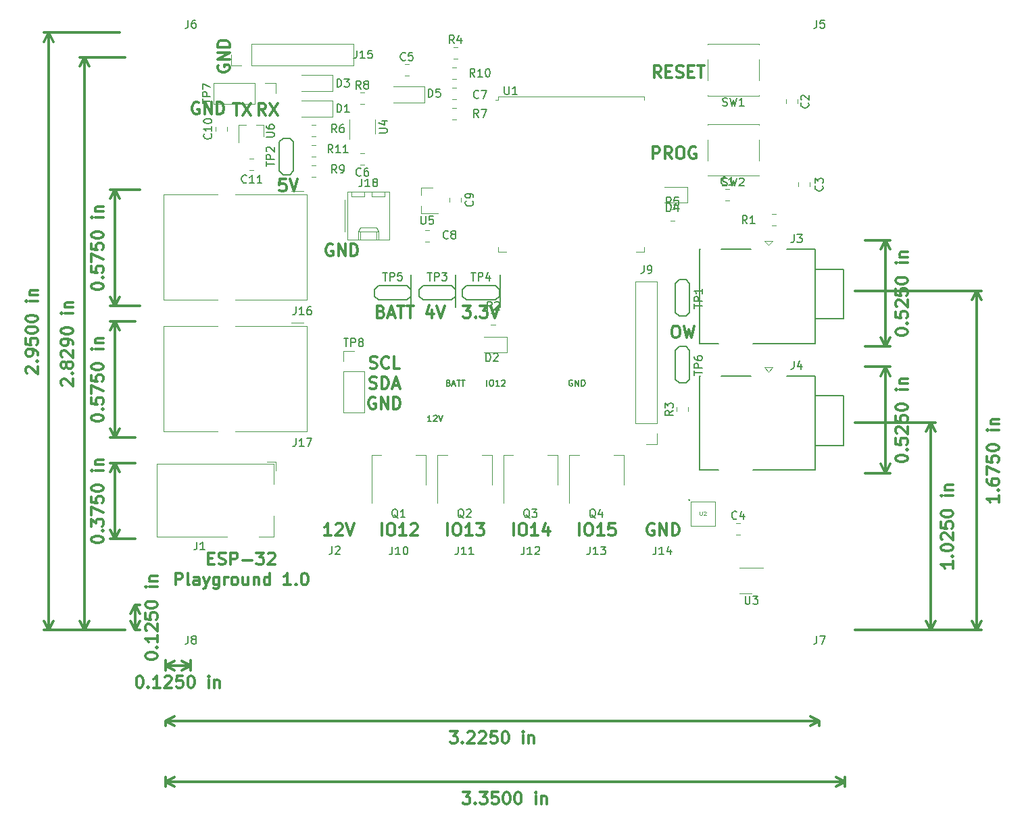
<source format=gbr>
G04 #@! TF.GenerationSoftware,KiCad,Pcbnew,(5.1.0-0)*
G04 #@! TF.CreationDate,2019-10-22T21:45:05+02:00*
G04 #@! TF.ProjectId,esp32,65737033-322e-46b6-9963-61645f706362,rev?*
G04 #@! TF.SameCoordinates,Original*
G04 #@! TF.FileFunction,Legend,Top*
G04 #@! TF.FilePolarity,Positive*
%FSLAX46Y46*%
G04 Gerber Fmt 4.6, Leading zero omitted, Abs format (unit mm)*
G04 Created by KiCad (PCBNEW (5.1.0-0)) date 2019-10-22 21:45:05*
%MOMM*%
%LPD*%
G04 APERTURE LIST*
%ADD10C,0.300000*%
%ADD11C,0.200000*%
%ADD12C,0.152400*%
%ADD13C,0.150000*%
%ADD14C,0.120000*%
%ADD15C,0.100000*%
%ADD16C,0.050000*%
G04 APERTURE END LIST*
D10*
X65061428Y-106321960D02*
X64990000Y-106250531D01*
X64918571Y-106107674D01*
X64918571Y-105750531D01*
X64990000Y-105607674D01*
X65061428Y-105536245D01*
X65204285Y-105464817D01*
X65347142Y-105464817D01*
X65561428Y-105536245D01*
X66418571Y-106393388D01*
X66418571Y-105464817D01*
X66275714Y-104821960D02*
X66347142Y-104750531D01*
X66418571Y-104821960D01*
X66347142Y-104893388D01*
X66275714Y-104821960D01*
X66418571Y-104821960D01*
X65561428Y-103893388D02*
X65490000Y-104036245D01*
X65418571Y-104107674D01*
X65275714Y-104179102D01*
X65204285Y-104179102D01*
X65061428Y-104107674D01*
X64990000Y-104036245D01*
X64918571Y-103893388D01*
X64918571Y-103607674D01*
X64990000Y-103464817D01*
X65061428Y-103393388D01*
X65204285Y-103321960D01*
X65275714Y-103321960D01*
X65418571Y-103393388D01*
X65490000Y-103464817D01*
X65561428Y-103607674D01*
X65561428Y-103893388D01*
X65632857Y-104036245D01*
X65704285Y-104107674D01*
X65847142Y-104179102D01*
X66132857Y-104179102D01*
X66275714Y-104107674D01*
X66347142Y-104036245D01*
X66418571Y-103893388D01*
X66418571Y-103607674D01*
X66347142Y-103464817D01*
X66275714Y-103393388D01*
X66132857Y-103321960D01*
X65847142Y-103321960D01*
X65704285Y-103393388D01*
X65632857Y-103464817D01*
X65561428Y-103607674D01*
X65061428Y-102750531D02*
X64990000Y-102679102D01*
X64918571Y-102536245D01*
X64918571Y-102179102D01*
X64990000Y-102036245D01*
X65061428Y-101964817D01*
X65204285Y-101893388D01*
X65347142Y-101893388D01*
X65561428Y-101964817D01*
X66418571Y-102821960D01*
X66418571Y-101893388D01*
X66418571Y-101179102D02*
X66418571Y-100893388D01*
X66347142Y-100750531D01*
X66275714Y-100679102D01*
X66061428Y-100536245D01*
X65775714Y-100464817D01*
X65204285Y-100464817D01*
X65061428Y-100536245D01*
X64990000Y-100607674D01*
X64918571Y-100750531D01*
X64918571Y-101036245D01*
X64990000Y-101179102D01*
X65061428Y-101250531D01*
X65204285Y-101321960D01*
X65561428Y-101321960D01*
X65704285Y-101250531D01*
X65775714Y-101179102D01*
X65847142Y-101036245D01*
X65847142Y-100750531D01*
X65775714Y-100607674D01*
X65704285Y-100536245D01*
X65561428Y-100464817D01*
X64918571Y-99536245D02*
X64918571Y-99393388D01*
X64990000Y-99250531D01*
X65061428Y-99179102D01*
X65204285Y-99107674D01*
X65490000Y-99036245D01*
X65847142Y-99036245D01*
X66132857Y-99107674D01*
X66275714Y-99179102D01*
X66347142Y-99250531D01*
X66418571Y-99393388D01*
X66418571Y-99536245D01*
X66347142Y-99679102D01*
X66275714Y-99750531D01*
X66132857Y-99821960D01*
X65847142Y-99893388D01*
X65490000Y-99893388D01*
X65204285Y-99821960D01*
X65061428Y-99750531D01*
X64990000Y-99679102D01*
X64918571Y-99536245D01*
X66418571Y-97250531D02*
X65418571Y-97250531D01*
X64918571Y-97250531D02*
X64990000Y-97321960D01*
X65061428Y-97250531D01*
X64990000Y-97179102D01*
X64918571Y-97250531D01*
X65061428Y-97250531D01*
X65418571Y-96536245D02*
X66418571Y-96536245D01*
X65561428Y-96536245D02*
X65490000Y-96464817D01*
X65418571Y-96321960D01*
X65418571Y-96107674D01*
X65490000Y-95964817D01*
X65632857Y-95893388D01*
X66418571Y-95893388D01*
X67840000Y-137000000D02*
X67840000Y-65143921D01*
X72920000Y-137000000D02*
X67253579Y-137000000D01*
X72920000Y-65143921D02*
X67253579Y-65143921D01*
X67840000Y-65143921D02*
X68426421Y-66270425D01*
X67840000Y-65143921D02*
X67253579Y-66270425D01*
X67840000Y-137000000D02*
X68426421Y-135873496D01*
X67840000Y-137000000D02*
X67253579Y-135873496D01*
X182378571Y-120120357D02*
X182378571Y-120977500D01*
X182378571Y-120548928D02*
X180878571Y-120548928D01*
X181092857Y-120691785D01*
X181235714Y-120834642D01*
X181307142Y-120977500D01*
X182235714Y-119477500D02*
X182307142Y-119406071D01*
X182378571Y-119477500D01*
X182307142Y-119548928D01*
X182235714Y-119477500D01*
X182378571Y-119477500D01*
X180878571Y-118120357D02*
X180878571Y-118406071D01*
X180950000Y-118548928D01*
X181021428Y-118620357D01*
X181235714Y-118763214D01*
X181521428Y-118834642D01*
X182092857Y-118834642D01*
X182235714Y-118763214D01*
X182307142Y-118691785D01*
X182378571Y-118548928D01*
X182378571Y-118263214D01*
X182307142Y-118120357D01*
X182235714Y-118048928D01*
X182092857Y-117977500D01*
X181735714Y-117977500D01*
X181592857Y-118048928D01*
X181521428Y-118120357D01*
X181450000Y-118263214D01*
X181450000Y-118548928D01*
X181521428Y-118691785D01*
X181592857Y-118763214D01*
X181735714Y-118834642D01*
X180878571Y-117477500D02*
X180878571Y-116477500D01*
X182378571Y-117120357D01*
X180878571Y-115191785D02*
X180878571Y-115906071D01*
X181592857Y-115977500D01*
X181521428Y-115906071D01*
X181450000Y-115763214D01*
X181450000Y-115406071D01*
X181521428Y-115263214D01*
X181592857Y-115191785D01*
X181735714Y-115120357D01*
X182092857Y-115120357D01*
X182235714Y-115191785D01*
X182307142Y-115263214D01*
X182378571Y-115406071D01*
X182378571Y-115763214D01*
X182307142Y-115906071D01*
X182235714Y-115977500D01*
X180878571Y-114191785D02*
X180878571Y-114048928D01*
X180950000Y-113906071D01*
X181021428Y-113834642D01*
X181164285Y-113763214D01*
X181450000Y-113691785D01*
X181807142Y-113691785D01*
X182092857Y-113763214D01*
X182235714Y-113834642D01*
X182307142Y-113906071D01*
X182378571Y-114048928D01*
X182378571Y-114191785D01*
X182307142Y-114334642D01*
X182235714Y-114406071D01*
X182092857Y-114477500D01*
X181807142Y-114548928D01*
X181450000Y-114548928D01*
X181164285Y-114477500D01*
X181021428Y-114406071D01*
X180950000Y-114334642D01*
X180878571Y-114191785D01*
X182378571Y-111906071D02*
X181378571Y-111906071D01*
X180878571Y-111906071D02*
X180950000Y-111977500D01*
X181021428Y-111906071D01*
X180950000Y-111834642D01*
X180878571Y-111906071D01*
X181021428Y-111906071D01*
X181378571Y-111191785D02*
X182378571Y-111191785D01*
X181521428Y-111191785D02*
X181450000Y-111120357D01*
X181378571Y-110977500D01*
X181378571Y-110763214D01*
X181450000Y-110620357D01*
X181592857Y-110548928D01*
X182378571Y-110548928D01*
X179600000Y-137000000D02*
X179600000Y-94455000D01*
X164360000Y-137000000D02*
X180186421Y-137000000D01*
X164360000Y-94455000D02*
X180186421Y-94455000D01*
X179600000Y-94455000D02*
X180186421Y-95581504D01*
X179600000Y-94455000D02*
X179013579Y-95581504D01*
X179600000Y-137000000D02*
X180186421Y-135873496D01*
X179600000Y-137000000D02*
X179013579Y-135873496D01*
X176663571Y-128375357D02*
X176663571Y-129232500D01*
X176663571Y-128803928D02*
X175163571Y-128803928D01*
X175377857Y-128946785D01*
X175520714Y-129089642D01*
X175592142Y-129232500D01*
X176520714Y-127732500D02*
X176592142Y-127661071D01*
X176663571Y-127732500D01*
X176592142Y-127803928D01*
X176520714Y-127732500D01*
X176663571Y-127732500D01*
X175163571Y-126732500D02*
X175163571Y-126589642D01*
X175235000Y-126446785D01*
X175306428Y-126375357D01*
X175449285Y-126303928D01*
X175735000Y-126232500D01*
X176092142Y-126232500D01*
X176377857Y-126303928D01*
X176520714Y-126375357D01*
X176592142Y-126446785D01*
X176663571Y-126589642D01*
X176663571Y-126732500D01*
X176592142Y-126875357D01*
X176520714Y-126946785D01*
X176377857Y-127018214D01*
X176092142Y-127089642D01*
X175735000Y-127089642D01*
X175449285Y-127018214D01*
X175306428Y-126946785D01*
X175235000Y-126875357D01*
X175163571Y-126732500D01*
X175306428Y-125661071D02*
X175235000Y-125589642D01*
X175163571Y-125446785D01*
X175163571Y-125089642D01*
X175235000Y-124946785D01*
X175306428Y-124875357D01*
X175449285Y-124803928D01*
X175592142Y-124803928D01*
X175806428Y-124875357D01*
X176663571Y-125732500D01*
X176663571Y-124803928D01*
X175163571Y-123446785D02*
X175163571Y-124161071D01*
X175877857Y-124232500D01*
X175806428Y-124161071D01*
X175735000Y-124018214D01*
X175735000Y-123661071D01*
X175806428Y-123518214D01*
X175877857Y-123446785D01*
X176020714Y-123375357D01*
X176377857Y-123375357D01*
X176520714Y-123446785D01*
X176592142Y-123518214D01*
X176663571Y-123661071D01*
X176663571Y-124018214D01*
X176592142Y-124161071D01*
X176520714Y-124232500D01*
X175163571Y-122446785D02*
X175163571Y-122303928D01*
X175235000Y-122161071D01*
X175306428Y-122089642D01*
X175449285Y-122018214D01*
X175735000Y-121946785D01*
X176092142Y-121946785D01*
X176377857Y-122018214D01*
X176520714Y-122089642D01*
X176592142Y-122161071D01*
X176663571Y-122303928D01*
X176663571Y-122446785D01*
X176592142Y-122589642D01*
X176520714Y-122661071D01*
X176377857Y-122732500D01*
X176092142Y-122803928D01*
X175735000Y-122803928D01*
X175449285Y-122732500D01*
X175306428Y-122661071D01*
X175235000Y-122589642D01*
X175163571Y-122446785D01*
X176663571Y-120161071D02*
X175663571Y-120161071D01*
X175163571Y-120161071D02*
X175235000Y-120232500D01*
X175306428Y-120161071D01*
X175235000Y-120089642D01*
X175163571Y-120161071D01*
X175306428Y-120161071D01*
X175663571Y-119446785D02*
X176663571Y-119446785D01*
X175806428Y-119446785D02*
X175735000Y-119375357D01*
X175663571Y-119232500D01*
X175663571Y-119018214D01*
X175735000Y-118875357D01*
X175877857Y-118803928D01*
X176663571Y-118803928D01*
X173885000Y-137000000D02*
X173885000Y-110965000D01*
X164360000Y-137000000D02*
X174471421Y-137000000D01*
X164360000Y-110965000D02*
X174471421Y-110965000D01*
X173885000Y-110965000D02*
X174471421Y-112091504D01*
X173885000Y-110965000D02*
X173298579Y-112091504D01*
X173885000Y-137000000D02*
X174471421Y-135873496D01*
X173885000Y-137000000D02*
X173298579Y-135873496D01*
X169448571Y-99665357D02*
X169448571Y-99522500D01*
X169520000Y-99379642D01*
X169591428Y-99308214D01*
X169734285Y-99236785D01*
X170020000Y-99165357D01*
X170377142Y-99165357D01*
X170662857Y-99236785D01*
X170805714Y-99308214D01*
X170877142Y-99379642D01*
X170948571Y-99522500D01*
X170948571Y-99665357D01*
X170877142Y-99808214D01*
X170805714Y-99879642D01*
X170662857Y-99951071D01*
X170377142Y-100022500D01*
X170020000Y-100022500D01*
X169734285Y-99951071D01*
X169591428Y-99879642D01*
X169520000Y-99808214D01*
X169448571Y-99665357D01*
X170805714Y-98522500D02*
X170877142Y-98451071D01*
X170948571Y-98522500D01*
X170877142Y-98593928D01*
X170805714Y-98522500D01*
X170948571Y-98522500D01*
X169448571Y-97093928D02*
X169448571Y-97808214D01*
X170162857Y-97879642D01*
X170091428Y-97808214D01*
X170020000Y-97665357D01*
X170020000Y-97308214D01*
X170091428Y-97165357D01*
X170162857Y-97093928D01*
X170305714Y-97022500D01*
X170662857Y-97022500D01*
X170805714Y-97093928D01*
X170877142Y-97165357D01*
X170948571Y-97308214D01*
X170948571Y-97665357D01*
X170877142Y-97808214D01*
X170805714Y-97879642D01*
X169591428Y-96451071D02*
X169520000Y-96379642D01*
X169448571Y-96236785D01*
X169448571Y-95879642D01*
X169520000Y-95736785D01*
X169591428Y-95665357D01*
X169734285Y-95593928D01*
X169877142Y-95593928D01*
X170091428Y-95665357D01*
X170948571Y-96522500D01*
X170948571Y-95593928D01*
X169448571Y-94236785D02*
X169448571Y-94951071D01*
X170162857Y-95022500D01*
X170091428Y-94951071D01*
X170020000Y-94808214D01*
X170020000Y-94451071D01*
X170091428Y-94308214D01*
X170162857Y-94236785D01*
X170305714Y-94165357D01*
X170662857Y-94165357D01*
X170805714Y-94236785D01*
X170877142Y-94308214D01*
X170948571Y-94451071D01*
X170948571Y-94808214D01*
X170877142Y-94951071D01*
X170805714Y-95022500D01*
X169448571Y-93236785D02*
X169448571Y-93093928D01*
X169520000Y-92951071D01*
X169591428Y-92879642D01*
X169734285Y-92808214D01*
X170020000Y-92736785D01*
X170377142Y-92736785D01*
X170662857Y-92808214D01*
X170805714Y-92879642D01*
X170877142Y-92951071D01*
X170948571Y-93093928D01*
X170948571Y-93236785D01*
X170877142Y-93379642D01*
X170805714Y-93451071D01*
X170662857Y-93522500D01*
X170377142Y-93593928D01*
X170020000Y-93593928D01*
X169734285Y-93522500D01*
X169591428Y-93451071D01*
X169520000Y-93379642D01*
X169448571Y-93236785D01*
X170948571Y-90951071D02*
X169948571Y-90951071D01*
X169448571Y-90951071D02*
X169520000Y-91022500D01*
X169591428Y-90951071D01*
X169520000Y-90879642D01*
X169448571Y-90951071D01*
X169591428Y-90951071D01*
X169948571Y-90236785D02*
X170948571Y-90236785D01*
X170091428Y-90236785D02*
X170020000Y-90165357D01*
X169948571Y-90022500D01*
X169948571Y-89808214D01*
X170020000Y-89665357D01*
X170162857Y-89593928D01*
X170948571Y-89593928D01*
X168170000Y-101440000D02*
X168170000Y-88105000D01*
X165630000Y-101440000D02*
X168756421Y-101440000D01*
X165630000Y-88105000D02*
X168756421Y-88105000D01*
X168170000Y-88105000D02*
X168756421Y-89231504D01*
X168170000Y-88105000D02*
X167583579Y-89231504D01*
X168170000Y-101440000D02*
X168756421Y-100313496D01*
X168170000Y-101440000D02*
X167583579Y-100313496D01*
X169448571Y-115540357D02*
X169448571Y-115397500D01*
X169520000Y-115254642D01*
X169591428Y-115183214D01*
X169734285Y-115111785D01*
X170020000Y-115040357D01*
X170377142Y-115040357D01*
X170662857Y-115111785D01*
X170805714Y-115183214D01*
X170877142Y-115254642D01*
X170948571Y-115397500D01*
X170948571Y-115540357D01*
X170877142Y-115683214D01*
X170805714Y-115754642D01*
X170662857Y-115826071D01*
X170377142Y-115897500D01*
X170020000Y-115897500D01*
X169734285Y-115826071D01*
X169591428Y-115754642D01*
X169520000Y-115683214D01*
X169448571Y-115540357D01*
X170805714Y-114397500D02*
X170877142Y-114326071D01*
X170948571Y-114397500D01*
X170877142Y-114468928D01*
X170805714Y-114397500D01*
X170948571Y-114397500D01*
X169448571Y-112968928D02*
X169448571Y-113683214D01*
X170162857Y-113754642D01*
X170091428Y-113683214D01*
X170020000Y-113540357D01*
X170020000Y-113183214D01*
X170091428Y-113040357D01*
X170162857Y-112968928D01*
X170305714Y-112897500D01*
X170662857Y-112897500D01*
X170805714Y-112968928D01*
X170877142Y-113040357D01*
X170948571Y-113183214D01*
X170948571Y-113540357D01*
X170877142Y-113683214D01*
X170805714Y-113754642D01*
X169591428Y-112326071D02*
X169520000Y-112254642D01*
X169448571Y-112111785D01*
X169448571Y-111754642D01*
X169520000Y-111611785D01*
X169591428Y-111540357D01*
X169734285Y-111468928D01*
X169877142Y-111468928D01*
X170091428Y-111540357D01*
X170948571Y-112397500D01*
X170948571Y-111468928D01*
X169448571Y-110111785D02*
X169448571Y-110826071D01*
X170162857Y-110897500D01*
X170091428Y-110826071D01*
X170020000Y-110683214D01*
X170020000Y-110326071D01*
X170091428Y-110183214D01*
X170162857Y-110111785D01*
X170305714Y-110040357D01*
X170662857Y-110040357D01*
X170805714Y-110111785D01*
X170877142Y-110183214D01*
X170948571Y-110326071D01*
X170948571Y-110683214D01*
X170877142Y-110826071D01*
X170805714Y-110897500D01*
X169448571Y-109111785D02*
X169448571Y-108968928D01*
X169520000Y-108826071D01*
X169591428Y-108754642D01*
X169734285Y-108683214D01*
X170020000Y-108611785D01*
X170377142Y-108611785D01*
X170662857Y-108683214D01*
X170805714Y-108754642D01*
X170877142Y-108826071D01*
X170948571Y-108968928D01*
X170948571Y-109111785D01*
X170877142Y-109254642D01*
X170805714Y-109326071D01*
X170662857Y-109397500D01*
X170377142Y-109468928D01*
X170020000Y-109468928D01*
X169734285Y-109397500D01*
X169591428Y-109326071D01*
X169520000Y-109254642D01*
X169448571Y-109111785D01*
X170948571Y-106826071D02*
X169948571Y-106826071D01*
X169448571Y-106826071D02*
X169520000Y-106897500D01*
X169591428Y-106826071D01*
X169520000Y-106754642D01*
X169448571Y-106826071D01*
X169591428Y-106826071D01*
X169948571Y-106111785D02*
X170948571Y-106111785D01*
X170091428Y-106111785D02*
X170020000Y-106040357D01*
X169948571Y-105897500D01*
X169948571Y-105683214D01*
X170020000Y-105540357D01*
X170162857Y-105468928D01*
X170948571Y-105468928D01*
X168170000Y-117315000D02*
X168170000Y-103980000D01*
X165630000Y-117315000D02*
X168756421Y-117315000D01*
X165630000Y-103980000D02*
X168756421Y-103980000D01*
X168170000Y-103980000D02*
X168756421Y-105106504D01*
X168170000Y-103980000D02*
X167583579Y-105106504D01*
X168170000Y-117315000D02*
X168756421Y-116188496D01*
X168170000Y-117315000D02*
X167583579Y-116188496D01*
X75468571Y-140305357D02*
X75468571Y-140162500D01*
X75540000Y-140019642D01*
X75611428Y-139948214D01*
X75754285Y-139876785D01*
X76040000Y-139805357D01*
X76397142Y-139805357D01*
X76682857Y-139876785D01*
X76825714Y-139948214D01*
X76897142Y-140019642D01*
X76968571Y-140162500D01*
X76968571Y-140305357D01*
X76897142Y-140448214D01*
X76825714Y-140519642D01*
X76682857Y-140591071D01*
X76397142Y-140662500D01*
X76040000Y-140662500D01*
X75754285Y-140591071D01*
X75611428Y-140519642D01*
X75540000Y-140448214D01*
X75468571Y-140305357D01*
X76825714Y-139162500D02*
X76897142Y-139091071D01*
X76968571Y-139162500D01*
X76897142Y-139233928D01*
X76825714Y-139162500D01*
X76968571Y-139162500D01*
X76968571Y-137662500D02*
X76968571Y-138519642D01*
X76968571Y-138091071D02*
X75468571Y-138091071D01*
X75682857Y-138233928D01*
X75825714Y-138376785D01*
X75897142Y-138519642D01*
X75611428Y-137091071D02*
X75540000Y-137019642D01*
X75468571Y-136876785D01*
X75468571Y-136519642D01*
X75540000Y-136376785D01*
X75611428Y-136305357D01*
X75754285Y-136233928D01*
X75897142Y-136233928D01*
X76111428Y-136305357D01*
X76968571Y-137162500D01*
X76968571Y-136233928D01*
X75468571Y-134876785D02*
X75468571Y-135591071D01*
X76182857Y-135662500D01*
X76111428Y-135591071D01*
X76040000Y-135448214D01*
X76040000Y-135091071D01*
X76111428Y-134948214D01*
X76182857Y-134876785D01*
X76325714Y-134805357D01*
X76682857Y-134805357D01*
X76825714Y-134876785D01*
X76897142Y-134948214D01*
X76968571Y-135091071D01*
X76968571Y-135448214D01*
X76897142Y-135591071D01*
X76825714Y-135662500D01*
X75468571Y-133876785D02*
X75468571Y-133733928D01*
X75540000Y-133591071D01*
X75611428Y-133519642D01*
X75754285Y-133448214D01*
X76040000Y-133376785D01*
X76397142Y-133376785D01*
X76682857Y-133448214D01*
X76825714Y-133519642D01*
X76897142Y-133591071D01*
X76968571Y-133733928D01*
X76968571Y-133876785D01*
X76897142Y-134019642D01*
X76825714Y-134091071D01*
X76682857Y-134162500D01*
X76397142Y-134233928D01*
X76040000Y-134233928D01*
X75754285Y-134162500D01*
X75611428Y-134091071D01*
X75540000Y-134019642D01*
X75468571Y-133876785D01*
X76968571Y-131591071D02*
X75968571Y-131591071D01*
X75468571Y-131591071D02*
X75540000Y-131662500D01*
X75611428Y-131591071D01*
X75540000Y-131519642D01*
X75468571Y-131591071D01*
X75611428Y-131591071D01*
X75968571Y-130876785D02*
X76968571Y-130876785D01*
X76111428Y-130876785D02*
X76040000Y-130805357D01*
X75968571Y-130662500D01*
X75968571Y-130448214D01*
X76040000Y-130305357D01*
X76182857Y-130233928D01*
X76968571Y-130233928D01*
X74190000Y-137000000D02*
X74190000Y-133825000D01*
X74190000Y-137000000D02*
X74776421Y-137000000D01*
X74190000Y-133825000D02*
X74776421Y-133825000D01*
X74190000Y-133825000D02*
X74776421Y-134951504D01*
X74190000Y-133825000D02*
X73603579Y-134951504D01*
X74190000Y-137000000D02*
X74776421Y-135873496D01*
X74190000Y-137000000D02*
X73603579Y-135873496D01*
X60616428Y-104785000D02*
X60545000Y-104713571D01*
X60473571Y-104570714D01*
X60473571Y-104213571D01*
X60545000Y-104070714D01*
X60616428Y-103999285D01*
X60759285Y-103927857D01*
X60902142Y-103927857D01*
X61116428Y-103999285D01*
X61973571Y-104856428D01*
X61973571Y-103927857D01*
X61830714Y-103285000D02*
X61902142Y-103213571D01*
X61973571Y-103285000D01*
X61902142Y-103356428D01*
X61830714Y-103285000D01*
X61973571Y-103285000D01*
X61973571Y-102499285D02*
X61973571Y-102213571D01*
X61902142Y-102070714D01*
X61830714Y-101999285D01*
X61616428Y-101856428D01*
X61330714Y-101785000D01*
X60759285Y-101785000D01*
X60616428Y-101856428D01*
X60545000Y-101927857D01*
X60473571Y-102070714D01*
X60473571Y-102356428D01*
X60545000Y-102499285D01*
X60616428Y-102570714D01*
X60759285Y-102642142D01*
X61116428Y-102642142D01*
X61259285Y-102570714D01*
X61330714Y-102499285D01*
X61402142Y-102356428D01*
X61402142Y-102070714D01*
X61330714Y-101927857D01*
X61259285Y-101856428D01*
X61116428Y-101785000D01*
X60473571Y-100427857D02*
X60473571Y-101142142D01*
X61187857Y-101213571D01*
X61116428Y-101142142D01*
X61045000Y-100999285D01*
X61045000Y-100642142D01*
X61116428Y-100499285D01*
X61187857Y-100427857D01*
X61330714Y-100356428D01*
X61687857Y-100356428D01*
X61830714Y-100427857D01*
X61902142Y-100499285D01*
X61973571Y-100642142D01*
X61973571Y-100999285D01*
X61902142Y-101142142D01*
X61830714Y-101213571D01*
X60473571Y-99427857D02*
X60473571Y-99285000D01*
X60545000Y-99142142D01*
X60616428Y-99070714D01*
X60759285Y-98999285D01*
X61045000Y-98927857D01*
X61402142Y-98927857D01*
X61687857Y-98999285D01*
X61830714Y-99070714D01*
X61902142Y-99142142D01*
X61973571Y-99285000D01*
X61973571Y-99427857D01*
X61902142Y-99570714D01*
X61830714Y-99642142D01*
X61687857Y-99713571D01*
X61402142Y-99785000D01*
X61045000Y-99785000D01*
X60759285Y-99713571D01*
X60616428Y-99642142D01*
X60545000Y-99570714D01*
X60473571Y-99427857D01*
X60473571Y-97999285D02*
X60473571Y-97856428D01*
X60545000Y-97713571D01*
X60616428Y-97642142D01*
X60759285Y-97570714D01*
X61045000Y-97499285D01*
X61402142Y-97499285D01*
X61687857Y-97570714D01*
X61830714Y-97642142D01*
X61902142Y-97713571D01*
X61973571Y-97856428D01*
X61973571Y-97999285D01*
X61902142Y-98142142D01*
X61830714Y-98213571D01*
X61687857Y-98285000D01*
X61402142Y-98356428D01*
X61045000Y-98356428D01*
X60759285Y-98285000D01*
X60616428Y-98213571D01*
X60545000Y-98142142D01*
X60473571Y-97999285D01*
X61973571Y-95713571D02*
X60973571Y-95713571D01*
X60473571Y-95713571D02*
X60545000Y-95785000D01*
X60616428Y-95713571D01*
X60545000Y-95642142D01*
X60473571Y-95713571D01*
X60616428Y-95713571D01*
X60973571Y-94999285D02*
X61973571Y-94999285D01*
X61116428Y-94999285D02*
X61045000Y-94927857D01*
X60973571Y-94785000D01*
X60973571Y-94570714D01*
X61045000Y-94427857D01*
X61187857Y-94356428D01*
X61973571Y-94356428D01*
X63395000Y-137000000D02*
X63395000Y-62070000D01*
X72285000Y-137000000D02*
X62808579Y-137000000D01*
X72285000Y-62070000D02*
X62808579Y-62070000D01*
X63395000Y-62070000D02*
X63981421Y-63196504D01*
X63395000Y-62070000D02*
X62808579Y-63196504D01*
X63395000Y-137000000D02*
X63981421Y-135873496D01*
X63395000Y-137000000D02*
X62808579Y-135873496D01*
X68728571Y-93950357D02*
X68728571Y-93807500D01*
X68800000Y-93664642D01*
X68871428Y-93593214D01*
X69014285Y-93521785D01*
X69300000Y-93450357D01*
X69657142Y-93450357D01*
X69942857Y-93521785D01*
X70085714Y-93593214D01*
X70157142Y-93664642D01*
X70228571Y-93807500D01*
X70228571Y-93950357D01*
X70157142Y-94093214D01*
X70085714Y-94164642D01*
X69942857Y-94236071D01*
X69657142Y-94307500D01*
X69300000Y-94307500D01*
X69014285Y-94236071D01*
X68871428Y-94164642D01*
X68800000Y-94093214D01*
X68728571Y-93950357D01*
X70085714Y-92807500D02*
X70157142Y-92736071D01*
X70228571Y-92807500D01*
X70157142Y-92878928D01*
X70085714Y-92807500D01*
X70228571Y-92807500D01*
X68728571Y-91378928D02*
X68728571Y-92093214D01*
X69442857Y-92164642D01*
X69371428Y-92093214D01*
X69300000Y-91950357D01*
X69300000Y-91593214D01*
X69371428Y-91450357D01*
X69442857Y-91378928D01*
X69585714Y-91307500D01*
X69942857Y-91307500D01*
X70085714Y-91378928D01*
X70157142Y-91450357D01*
X70228571Y-91593214D01*
X70228571Y-91950357D01*
X70157142Y-92093214D01*
X70085714Y-92164642D01*
X68728571Y-90807500D02*
X68728571Y-89807500D01*
X70228571Y-90450357D01*
X68728571Y-88521785D02*
X68728571Y-89236071D01*
X69442857Y-89307500D01*
X69371428Y-89236071D01*
X69300000Y-89093214D01*
X69300000Y-88736071D01*
X69371428Y-88593214D01*
X69442857Y-88521785D01*
X69585714Y-88450357D01*
X69942857Y-88450357D01*
X70085714Y-88521785D01*
X70157142Y-88593214D01*
X70228571Y-88736071D01*
X70228571Y-89093214D01*
X70157142Y-89236071D01*
X70085714Y-89307500D01*
X68728571Y-87521785D02*
X68728571Y-87378928D01*
X68800000Y-87236071D01*
X68871428Y-87164642D01*
X69014285Y-87093214D01*
X69300000Y-87021785D01*
X69657142Y-87021785D01*
X69942857Y-87093214D01*
X70085714Y-87164642D01*
X70157142Y-87236071D01*
X70228571Y-87378928D01*
X70228571Y-87521785D01*
X70157142Y-87664642D01*
X70085714Y-87736071D01*
X69942857Y-87807500D01*
X69657142Y-87878928D01*
X69300000Y-87878928D01*
X69014285Y-87807500D01*
X68871428Y-87736071D01*
X68800000Y-87664642D01*
X68728571Y-87521785D01*
X70228571Y-85236071D02*
X69228571Y-85236071D01*
X68728571Y-85236071D02*
X68800000Y-85307500D01*
X68871428Y-85236071D01*
X68800000Y-85164642D01*
X68728571Y-85236071D01*
X68871428Y-85236071D01*
X69228571Y-84521785D02*
X70228571Y-84521785D01*
X69371428Y-84521785D02*
X69300000Y-84450357D01*
X69228571Y-84307500D01*
X69228571Y-84093214D01*
X69300000Y-83950357D01*
X69442857Y-83878928D01*
X70228571Y-83878928D01*
X71650000Y-96360000D02*
X71650000Y-81755000D01*
X74825000Y-96360000D02*
X71063579Y-96360000D01*
X74825000Y-81755000D02*
X71063579Y-81755000D01*
X71650000Y-81755000D02*
X72236421Y-82881504D01*
X71650000Y-81755000D02*
X71063579Y-82881504D01*
X71650000Y-96360000D02*
X72236421Y-95233496D01*
X71650000Y-96360000D02*
X71063579Y-95233496D01*
X68728571Y-110460357D02*
X68728571Y-110317500D01*
X68800000Y-110174642D01*
X68871428Y-110103214D01*
X69014285Y-110031785D01*
X69300000Y-109960357D01*
X69657142Y-109960357D01*
X69942857Y-110031785D01*
X70085714Y-110103214D01*
X70157142Y-110174642D01*
X70228571Y-110317500D01*
X70228571Y-110460357D01*
X70157142Y-110603214D01*
X70085714Y-110674642D01*
X69942857Y-110746071D01*
X69657142Y-110817500D01*
X69300000Y-110817500D01*
X69014285Y-110746071D01*
X68871428Y-110674642D01*
X68800000Y-110603214D01*
X68728571Y-110460357D01*
X70085714Y-109317500D02*
X70157142Y-109246071D01*
X70228571Y-109317500D01*
X70157142Y-109388928D01*
X70085714Y-109317500D01*
X70228571Y-109317500D01*
X68728571Y-107888928D02*
X68728571Y-108603214D01*
X69442857Y-108674642D01*
X69371428Y-108603214D01*
X69300000Y-108460357D01*
X69300000Y-108103214D01*
X69371428Y-107960357D01*
X69442857Y-107888928D01*
X69585714Y-107817500D01*
X69942857Y-107817500D01*
X70085714Y-107888928D01*
X70157142Y-107960357D01*
X70228571Y-108103214D01*
X70228571Y-108460357D01*
X70157142Y-108603214D01*
X70085714Y-108674642D01*
X68728571Y-107317500D02*
X68728571Y-106317500D01*
X70228571Y-106960357D01*
X68728571Y-105031785D02*
X68728571Y-105746071D01*
X69442857Y-105817500D01*
X69371428Y-105746071D01*
X69300000Y-105603214D01*
X69300000Y-105246071D01*
X69371428Y-105103214D01*
X69442857Y-105031785D01*
X69585714Y-104960357D01*
X69942857Y-104960357D01*
X70085714Y-105031785D01*
X70157142Y-105103214D01*
X70228571Y-105246071D01*
X70228571Y-105603214D01*
X70157142Y-105746071D01*
X70085714Y-105817500D01*
X68728571Y-104031785D02*
X68728571Y-103888928D01*
X68800000Y-103746071D01*
X68871428Y-103674642D01*
X69014285Y-103603214D01*
X69300000Y-103531785D01*
X69657142Y-103531785D01*
X69942857Y-103603214D01*
X70085714Y-103674642D01*
X70157142Y-103746071D01*
X70228571Y-103888928D01*
X70228571Y-104031785D01*
X70157142Y-104174642D01*
X70085714Y-104246071D01*
X69942857Y-104317500D01*
X69657142Y-104388928D01*
X69300000Y-104388928D01*
X69014285Y-104317500D01*
X68871428Y-104246071D01*
X68800000Y-104174642D01*
X68728571Y-104031785D01*
X70228571Y-101746071D02*
X69228571Y-101746071D01*
X68728571Y-101746071D02*
X68800000Y-101817500D01*
X68871428Y-101746071D01*
X68800000Y-101674642D01*
X68728571Y-101746071D01*
X68871428Y-101746071D01*
X69228571Y-101031785D02*
X70228571Y-101031785D01*
X69371428Y-101031785D02*
X69300000Y-100960357D01*
X69228571Y-100817500D01*
X69228571Y-100603214D01*
X69300000Y-100460357D01*
X69442857Y-100388928D01*
X70228571Y-100388928D01*
X71650000Y-112870000D02*
X71650000Y-98265000D01*
X74190000Y-112870000D02*
X71063579Y-112870000D01*
X74190000Y-98265000D02*
X71063579Y-98265000D01*
X71650000Y-98265000D02*
X72236421Y-99391504D01*
X71650000Y-98265000D02*
X71063579Y-99391504D01*
X71650000Y-112870000D02*
X72236421Y-111743496D01*
X71650000Y-112870000D02*
X71063579Y-111743496D01*
X68728571Y-125700357D02*
X68728571Y-125557500D01*
X68800000Y-125414642D01*
X68871428Y-125343214D01*
X69014285Y-125271785D01*
X69300000Y-125200357D01*
X69657142Y-125200357D01*
X69942857Y-125271785D01*
X70085714Y-125343214D01*
X70157142Y-125414642D01*
X70228571Y-125557500D01*
X70228571Y-125700357D01*
X70157142Y-125843214D01*
X70085714Y-125914642D01*
X69942857Y-125986071D01*
X69657142Y-126057500D01*
X69300000Y-126057500D01*
X69014285Y-125986071D01*
X68871428Y-125914642D01*
X68800000Y-125843214D01*
X68728571Y-125700357D01*
X70085714Y-124557500D02*
X70157142Y-124486071D01*
X70228571Y-124557500D01*
X70157142Y-124628928D01*
X70085714Y-124557500D01*
X70228571Y-124557500D01*
X68728571Y-123986071D02*
X68728571Y-123057500D01*
X69300000Y-123557500D01*
X69300000Y-123343214D01*
X69371428Y-123200357D01*
X69442857Y-123128928D01*
X69585714Y-123057500D01*
X69942857Y-123057500D01*
X70085714Y-123128928D01*
X70157142Y-123200357D01*
X70228571Y-123343214D01*
X70228571Y-123771785D01*
X70157142Y-123914642D01*
X70085714Y-123986071D01*
X68728571Y-122557500D02*
X68728571Y-121557500D01*
X70228571Y-122200357D01*
X68728571Y-120271785D02*
X68728571Y-120986071D01*
X69442857Y-121057500D01*
X69371428Y-120986071D01*
X69300000Y-120843214D01*
X69300000Y-120486071D01*
X69371428Y-120343214D01*
X69442857Y-120271785D01*
X69585714Y-120200357D01*
X69942857Y-120200357D01*
X70085714Y-120271785D01*
X70157142Y-120343214D01*
X70228571Y-120486071D01*
X70228571Y-120843214D01*
X70157142Y-120986071D01*
X70085714Y-121057500D01*
X68728571Y-119271785D02*
X68728571Y-119128928D01*
X68800000Y-118986071D01*
X68871428Y-118914642D01*
X69014285Y-118843214D01*
X69300000Y-118771785D01*
X69657142Y-118771785D01*
X69942857Y-118843214D01*
X70085714Y-118914642D01*
X70157142Y-118986071D01*
X70228571Y-119128928D01*
X70228571Y-119271785D01*
X70157142Y-119414642D01*
X70085714Y-119486071D01*
X69942857Y-119557500D01*
X69657142Y-119628928D01*
X69300000Y-119628928D01*
X69014285Y-119557500D01*
X68871428Y-119486071D01*
X68800000Y-119414642D01*
X68728571Y-119271785D01*
X70228571Y-116986071D02*
X69228571Y-116986071D01*
X68728571Y-116986071D02*
X68800000Y-117057500D01*
X68871428Y-116986071D01*
X68800000Y-116914642D01*
X68728571Y-116986071D01*
X68871428Y-116986071D01*
X69228571Y-116271785D02*
X70228571Y-116271785D01*
X69371428Y-116271785D02*
X69300000Y-116200357D01*
X69228571Y-116057500D01*
X69228571Y-115843214D01*
X69300000Y-115700357D01*
X69442857Y-115628928D01*
X70228571Y-115628928D01*
X71650000Y-125570000D02*
X71650000Y-116045000D01*
X74190000Y-125570000D02*
X71063579Y-125570000D01*
X74190000Y-116045000D02*
X71063579Y-116045000D01*
X71650000Y-116045000D02*
X72236421Y-117171504D01*
X71650000Y-116045000D02*
X71063579Y-117171504D01*
X71650000Y-125570000D02*
X72236421Y-124443496D01*
X71650000Y-125570000D02*
X71063579Y-124443496D01*
X115223571Y-157328571D02*
X116152142Y-157328571D01*
X115652142Y-157900000D01*
X115866428Y-157900000D01*
X116009285Y-157971428D01*
X116080714Y-158042857D01*
X116152142Y-158185714D01*
X116152142Y-158542857D01*
X116080714Y-158685714D01*
X116009285Y-158757142D01*
X115866428Y-158828571D01*
X115437857Y-158828571D01*
X115295000Y-158757142D01*
X115223571Y-158685714D01*
X116795000Y-158685714D02*
X116866428Y-158757142D01*
X116795000Y-158828571D01*
X116723571Y-158757142D01*
X116795000Y-158685714D01*
X116795000Y-158828571D01*
X117366428Y-157328571D02*
X118295000Y-157328571D01*
X117795000Y-157900000D01*
X118009285Y-157900000D01*
X118152142Y-157971428D01*
X118223571Y-158042857D01*
X118295000Y-158185714D01*
X118295000Y-158542857D01*
X118223571Y-158685714D01*
X118152142Y-158757142D01*
X118009285Y-158828571D01*
X117580714Y-158828571D01*
X117437857Y-158757142D01*
X117366428Y-158685714D01*
X119652142Y-157328571D02*
X118937857Y-157328571D01*
X118866428Y-158042857D01*
X118937857Y-157971428D01*
X119080714Y-157900000D01*
X119437857Y-157900000D01*
X119580714Y-157971428D01*
X119652142Y-158042857D01*
X119723571Y-158185714D01*
X119723571Y-158542857D01*
X119652142Y-158685714D01*
X119580714Y-158757142D01*
X119437857Y-158828571D01*
X119080714Y-158828571D01*
X118937857Y-158757142D01*
X118866428Y-158685714D01*
X120652142Y-157328571D02*
X120795000Y-157328571D01*
X120937857Y-157400000D01*
X121009285Y-157471428D01*
X121080714Y-157614285D01*
X121152142Y-157900000D01*
X121152142Y-158257142D01*
X121080714Y-158542857D01*
X121009285Y-158685714D01*
X120937857Y-158757142D01*
X120795000Y-158828571D01*
X120652142Y-158828571D01*
X120509285Y-158757142D01*
X120437857Y-158685714D01*
X120366428Y-158542857D01*
X120295000Y-158257142D01*
X120295000Y-157900000D01*
X120366428Y-157614285D01*
X120437857Y-157471428D01*
X120509285Y-157400000D01*
X120652142Y-157328571D01*
X122080714Y-157328571D02*
X122223571Y-157328571D01*
X122366428Y-157400000D01*
X122437857Y-157471428D01*
X122509285Y-157614285D01*
X122580714Y-157900000D01*
X122580714Y-158257142D01*
X122509285Y-158542857D01*
X122437857Y-158685714D01*
X122366428Y-158757142D01*
X122223571Y-158828571D01*
X122080714Y-158828571D01*
X121937857Y-158757142D01*
X121866428Y-158685714D01*
X121795000Y-158542857D01*
X121723571Y-158257142D01*
X121723571Y-157900000D01*
X121795000Y-157614285D01*
X121866428Y-157471428D01*
X121937857Y-157400000D01*
X122080714Y-157328571D01*
X124366428Y-158828571D02*
X124366428Y-157828571D01*
X124366428Y-157328571D02*
X124295000Y-157400000D01*
X124366428Y-157471428D01*
X124437857Y-157400000D01*
X124366428Y-157328571D01*
X124366428Y-157471428D01*
X125080714Y-157828571D02*
X125080714Y-158828571D01*
X125080714Y-157971428D02*
X125152142Y-157900000D01*
X125295000Y-157828571D01*
X125509285Y-157828571D01*
X125652142Y-157900000D01*
X125723571Y-158042857D01*
X125723571Y-158828571D01*
X78000000Y-156050000D02*
X163090000Y-156050000D01*
X78000000Y-155415000D02*
X78000000Y-156636421D01*
X163090000Y-155415000D02*
X163090000Y-156636421D01*
X163090000Y-156050000D02*
X161963496Y-156636421D01*
X163090000Y-156050000D02*
X161963496Y-155463579D01*
X78000000Y-156050000D02*
X79126504Y-156636421D01*
X78000000Y-156050000D02*
X79126504Y-155463579D01*
X113636071Y-149708571D02*
X114564642Y-149708571D01*
X114064642Y-150280000D01*
X114278928Y-150280000D01*
X114421785Y-150351428D01*
X114493214Y-150422857D01*
X114564642Y-150565714D01*
X114564642Y-150922857D01*
X114493214Y-151065714D01*
X114421785Y-151137142D01*
X114278928Y-151208571D01*
X113850357Y-151208571D01*
X113707500Y-151137142D01*
X113636071Y-151065714D01*
X115207500Y-151065714D02*
X115278928Y-151137142D01*
X115207500Y-151208571D01*
X115136071Y-151137142D01*
X115207500Y-151065714D01*
X115207500Y-151208571D01*
X115850357Y-149851428D02*
X115921785Y-149780000D01*
X116064642Y-149708571D01*
X116421785Y-149708571D01*
X116564642Y-149780000D01*
X116636071Y-149851428D01*
X116707500Y-149994285D01*
X116707500Y-150137142D01*
X116636071Y-150351428D01*
X115778928Y-151208571D01*
X116707500Y-151208571D01*
X117278928Y-149851428D02*
X117350357Y-149780000D01*
X117493214Y-149708571D01*
X117850357Y-149708571D01*
X117993214Y-149780000D01*
X118064642Y-149851428D01*
X118136071Y-149994285D01*
X118136071Y-150137142D01*
X118064642Y-150351428D01*
X117207500Y-151208571D01*
X118136071Y-151208571D01*
X119493214Y-149708571D02*
X118778928Y-149708571D01*
X118707500Y-150422857D01*
X118778928Y-150351428D01*
X118921785Y-150280000D01*
X119278928Y-150280000D01*
X119421785Y-150351428D01*
X119493214Y-150422857D01*
X119564642Y-150565714D01*
X119564642Y-150922857D01*
X119493214Y-151065714D01*
X119421785Y-151137142D01*
X119278928Y-151208571D01*
X118921785Y-151208571D01*
X118778928Y-151137142D01*
X118707500Y-151065714D01*
X120493214Y-149708571D02*
X120636071Y-149708571D01*
X120778928Y-149780000D01*
X120850357Y-149851428D01*
X120921785Y-149994285D01*
X120993214Y-150280000D01*
X120993214Y-150637142D01*
X120921785Y-150922857D01*
X120850357Y-151065714D01*
X120778928Y-151137142D01*
X120636071Y-151208571D01*
X120493214Y-151208571D01*
X120350357Y-151137142D01*
X120278928Y-151065714D01*
X120207500Y-150922857D01*
X120136071Y-150637142D01*
X120136071Y-150280000D01*
X120207500Y-149994285D01*
X120278928Y-149851428D01*
X120350357Y-149780000D01*
X120493214Y-149708571D01*
X122778928Y-151208571D02*
X122778928Y-150208571D01*
X122778928Y-149708571D02*
X122707500Y-149780000D01*
X122778928Y-149851428D01*
X122850357Y-149780000D01*
X122778928Y-149708571D01*
X122778928Y-149851428D01*
X123493214Y-150208571D02*
X123493214Y-151208571D01*
X123493214Y-150351428D02*
X123564642Y-150280000D01*
X123707500Y-150208571D01*
X123921785Y-150208571D01*
X124064642Y-150280000D01*
X124136071Y-150422857D01*
X124136071Y-151208571D01*
X78000000Y-148430000D02*
X159915000Y-148430000D01*
X78000000Y-148430000D02*
X78000000Y-149016421D01*
X159915000Y-148430000D02*
X159915000Y-149016421D01*
X159915000Y-148430000D02*
X158788496Y-149016421D01*
X159915000Y-148430000D02*
X158788496Y-147843579D01*
X78000000Y-148430000D02*
X79126504Y-149016421D01*
X78000000Y-148430000D02*
X79126504Y-147843579D01*
X74694642Y-142723571D02*
X74837500Y-142723571D01*
X74980357Y-142795000D01*
X75051785Y-142866428D01*
X75123214Y-143009285D01*
X75194642Y-143295000D01*
X75194642Y-143652142D01*
X75123214Y-143937857D01*
X75051785Y-144080714D01*
X74980357Y-144152142D01*
X74837500Y-144223571D01*
X74694642Y-144223571D01*
X74551785Y-144152142D01*
X74480357Y-144080714D01*
X74408928Y-143937857D01*
X74337500Y-143652142D01*
X74337500Y-143295000D01*
X74408928Y-143009285D01*
X74480357Y-142866428D01*
X74551785Y-142795000D01*
X74694642Y-142723571D01*
X75837500Y-144080714D02*
X75908928Y-144152142D01*
X75837500Y-144223571D01*
X75766071Y-144152142D01*
X75837500Y-144080714D01*
X75837500Y-144223571D01*
X77337500Y-144223571D02*
X76480357Y-144223571D01*
X76908928Y-144223571D02*
X76908928Y-142723571D01*
X76766071Y-142937857D01*
X76623214Y-143080714D01*
X76480357Y-143152142D01*
X77908928Y-142866428D02*
X77980357Y-142795000D01*
X78123214Y-142723571D01*
X78480357Y-142723571D01*
X78623214Y-142795000D01*
X78694642Y-142866428D01*
X78766071Y-143009285D01*
X78766071Y-143152142D01*
X78694642Y-143366428D01*
X77837500Y-144223571D01*
X78766071Y-144223571D01*
X80123214Y-142723571D02*
X79408928Y-142723571D01*
X79337500Y-143437857D01*
X79408928Y-143366428D01*
X79551785Y-143295000D01*
X79908928Y-143295000D01*
X80051785Y-143366428D01*
X80123214Y-143437857D01*
X80194642Y-143580714D01*
X80194642Y-143937857D01*
X80123214Y-144080714D01*
X80051785Y-144152142D01*
X79908928Y-144223571D01*
X79551785Y-144223571D01*
X79408928Y-144152142D01*
X79337500Y-144080714D01*
X81123214Y-142723571D02*
X81266071Y-142723571D01*
X81408928Y-142795000D01*
X81480357Y-142866428D01*
X81551785Y-143009285D01*
X81623214Y-143295000D01*
X81623214Y-143652142D01*
X81551785Y-143937857D01*
X81480357Y-144080714D01*
X81408928Y-144152142D01*
X81266071Y-144223571D01*
X81123214Y-144223571D01*
X80980357Y-144152142D01*
X80908928Y-144080714D01*
X80837500Y-143937857D01*
X80766071Y-143652142D01*
X80766071Y-143295000D01*
X80837500Y-143009285D01*
X80908928Y-142866428D01*
X80980357Y-142795000D01*
X81123214Y-142723571D01*
X83408928Y-144223571D02*
X83408928Y-143223571D01*
X83408928Y-142723571D02*
X83337500Y-142795000D01*
X83408928Y-142866428D01*
X83480357Y-142795000D01*
X83408928Y-142723571D01*
X83408928Y-142866428D01*
X84123214Y-143223571D02*
X84123214Y-144223571D01*
X84123214Y-143366428D02*
X84194642Y-143295000D01*
X84337500Y-143223571D01*
X84551785Y-143223571D01*
X84694642Y-143295000D01*
X84766071Y-143437857D01*
X84766071Y-144223571D01*
X78000000Y-141445000D02*
X81175000Y-141445000D01*
X78000000Y-140810000D02*
X78000000Y-142031421D01*
X81175000Y-140810000D02*
X81175000Y-142031421D01*
X81175000Y-141445000D02*
X80048496Y-142031421D01*
X81175000Y-141445000D02*
X80048496Y-140858579D01*
X78000000Y-141445000D02*
X79126504Y-142031421D01*
X78000000Y-141445000D02*
X79126504Y-140858579D01*
X84594000Y-66166857D02*
X84522571Y-66309714D01*
X84522571Y-66524000D01*
X84594000Y-66738285D01*
X84736857Y-66881142D01*
X84879714Y-66952571D01*
X85165428Y-67024000D01*
X85379714Y-67024000D01*
X85665428Y-66952571D01*
X85808285Y-66881142D01*
X85951142Y-66738285D01*
X86022571Y-66524000D01*
X86022571Y-66381142D01*
X85951142Y-66166857D01*
X85879714Y-66095428D01*
X85379714Y-66095428D01*
X85379714Y-66381142D01*
X86022571Y-65452571D02*
X84522571Y-65452571D01*
X86022571Y-64595428D01*
X84522571Y-64595428D01*
X86022571Y-63881142D02*
X84522571Y-63881142D01*
X84522571Y-63524000D01*
X84594000Y-63309714D01*
X84736857Y-63166857D01*
X84879714Y-63095428D01*
X85165428Y-63024000D01*
X85379714Y-63024000D01*
X85665428Y-63095428D01*
X85808285Y-63166857D01*
X85951142Y-63309714D01*
X86022571Y-63524000D01*
X86022571Y-63881142D01*
X82169142Y-70878000D02*
X82026285Y-70806571D01*
X81812000Y-70806571D01*
X81597714Y-70878000D01*
X81454857Y-71020857D01*
X81383428Y-71163714D01*
X81312000Y-71449428D01*
X81312000Y-71663714D01*
X81383428Y-71949428D01*
X81454857Y-72092285D01*
X81597714Y-72235142D01*
X81812000Y-72306571D01*
X81954857Y-72306571D01*
X82169142Y-72235142D01*
X82240571Y-72163714D01*
X82240571Y-71663714D01*
X81954857Y-71663714D01*
X82883428Y-72306571D02*
X82883428Y-70806571D01*
X83740571Y-72306571D01*
X83740571Y-70806571D01*
X84454857Y-72306571D02*
X84454857Y-70806571D01*
X84812000Y-70806571D01*
X85026285Y-70878000D01*
X85169142Y-71020857D01*
X85240571Y-71163714D01*
X85312000Y-71449428D01*
X85312000Y-71663714D01*
X85240571Y-71949428D01*
X85169142Y-72092285D01*
X85026285Y-72235142D01*
X84812000Y-72306571D01*
X84454857Y-72306571D01*
D11*
X108712000Y-92456000D02*
X108712000Y-96520000D01*
X114300000Y-92456000D02*
X114300000Y-96520000D01*
X119888000Y-92456000D02*
X119888000Y-96520000D01*
D10*
X139053428Y-77894571D02*
X139053428Y-76394571D01*
X139624857Y-76394571D01*
X139767714Y-76466000D01*
X139839142Y-76537428D01*
X139910571Y-76680285D01*
X139910571Y-76894571D01*
X139839142Y-77037428D01*
X139767714Y-77108857D01*
X139624857Y-77180285D01*
X139053428Y-77180285D01*
X141410571Y-77894571D02*
X140910571Y-77180285D01*
X140553428Y-77894571D02*
X140553428Y-76394571D01*
X141124857Y-76394571D01*
X141267714Y-76466000D01*
X141339142Y-76537428D01*
X141410571Y-76680285D01*
X141410571Y-76894571D01*
X141339142Y-77037428D01*
X141267714Y-77108857D01*
X141124857Y-77180285D01*
X140553428Y-77180285D01*
X142339142Y-76394571D02*
X142624857Y-76394571D01*
X142767714Y-76466000D01*
X142910571Y-76608857D01*
X142982000Y-76894571D01*
X142982000Y-77394571D01*
X142910571Y-77680285D01*
X142767714Y-77823142D01*
X142624857Y-77894571D01*
X142339142Y-77894571D01*
X142196285Y-77823142D01*
X142053428Y-77680285D01*
X141982000Y-77394571D01*
X141982000Y-76894571D01*
X142053428Y-76608857D01*
X142196285Y-76466000D01*
X142339142Y-76394571D01*
X144410571Y-76466000D02*
X144267714Y-76394571D01*
X144053428Y-76394571D01*
X143839142Y-76466000D01*
X143696285Y-76608857D01*
X143624857Y-76751714D01*
X143553428Y-77037428D01*
X143553428Y-77251714D01*
X143624857Y-77537428D01*
X143696285Y-77680285D01*
X143839142Y-77823142D01*
X144053428Y-77894571D01*
X144196285Y-77894571D01*
X144410571Y-77823142D01*
X144482000Y-77751714D01*
X144482000Y-77251714D01*
X144196285Y-77251714D01*
X140061428Y-67734571D02*
X139561428Y-67020285D01*
X139204285Y-67734571D02*
X139204285Y-66234571D01*
X139775714Y-66234571D01*
X139918571Y-66306000D01*
X139990000Y-66377428D01*
X140061428Y-66520285D01*
X140061428Y-66734571D01*
X139990000Y-66877428D01*
X139918571Y-66948857D01*
X139775714Y-67020285D01*
X139204285Y-67020285D01*
X140704285Y-66948857D02*
X141204285Y-66948857D01*
X141418571Y-67734571D02*
X140704285Y-67734571D01*
X140704285Y-66234571D01*
X141418571Y-66234571D01*
X141990000Y-67663142D02*
X142204285Y-67734571D01*
X142561428Y-67734571D01*
X142704285Y-67663142D01*
X142775714Y-67591714D01*
X142847142Y-67448857D01*
X142847142Y-67306000D01*
X142775714Y-67163142D01*
X142704285Y-67091714D01*
X142561428Y-67020285D01*
X142275714Y-66948857D01*
X142132857Y-66877428D01*
X142061428Y-66806000D01*
X141990000Y-66663142D01*
X141990000Y-66520285D01*
X142061428Y-66377428D01*
X142132857Y-66306000D01*
X142275714Y-66234571D01*
X142632857Y-66234571D01*
X142847142Y-66306000D01*
X143490000Y-66948857D02*
X143990000Y-66948857D01*
X144204285Y-67734571D02*
X143490000Y-67734571D01*
X143490000Y-66234571D01*
X144204285Y-66234571D01*
X144632857Y-66234571D02*
X145490000Y-66234571D01*
X145061428Y-67734571D02*
X145061428Y-66234571D01*
X98933142Y-88658000D02*
X98790285Y-88586571D01*
X98576000Y-88586571D01*
X98361714Y-88658000D01*
X98218857Y-88800857D01*
X98147428Y-88943714D01*
X98076000Y-89229428D01*
X98076000Y-89443714D01*
X98147428Y-89729428D01*
X98218857Y-89872285D01*
X98361714Y-90015142D01*
X98576000Y-90086571D01*
X98718857Y-90086571D01*
X98933142Y-90015142D01*
X99004571Y-89943714D01*
X99004571Y-89443714D01*
X98718857Y-89443714D01*
X99647428Y-90086571D02*
X99647428Y-88586571D01*
X100504571Y-90086571D01*
X100504571Y-88586571D01*
X101218857Y-90086571D02*
X101218857Y-88586571D01*
X101576000Y-88586571D01*
X101790285Y-88658000D01*
X101933142Y-88800857D01*
X102004571Y-88943714D01*
X102076000Y-89229428D01*
X102076000Y-89443714D01*
X102004571Y-89729428D01*
X101933142Y-89872285D01*
X101790285Y-90015142D01*
X101576000Y-90086571D01*
X101218857Y-90086571D01*
D12*
X128959428Y-105664000D02*
X128886857Y-105627714D01*
X128778000Y-105627714D01*
X128669142Y-105664000D01*
X128596571Y-105736571D01*
X128560285Y-105809142D01*
X128524000Y-105954285D01*
X128524000Y-106063142D01*
X128560285Y-106208285D01*
X128596571Y-106280857D01*
X128669142Y-106353428D01*
X128778000Y-106389714D01*
X128850571Y-106389714D01*
X128959428Y-106353428D01*
X128995714Y-106317142D01*
X128995714Y-106063142D01*
X128850571Y-106063142D01*
X129322285Y-106389714D02*
X129322285Y-105627714D01*
X129757714Y-106389714D01*
X129757714Y-105627714D01*
X130120571Y-106389714D02*
X130120571Y-105627714D01*
X130302000Y-105627714D01*
X130410857Y-105664000D01*
X130483428Y-105736571D01*
X130519714Y-105809142D01*
X130556000Y-105954285D01*
X130556000Y-106063142D01*
X130519714Y-106208285D01*
X130483428Y-106280857D01*
X130410857Y-106353428D01*
X130302000Y-106389714D01*
X130120571Y-106389714D01*
X118255142Y-106389714D02*
X118255142Y-105627714D01*
X118763142Y-105627714D02*
X118908285Y-105627714D01*
X118980857Y-105664000D01*
X119053428Y-105736571D01*
X119089714Y-105881714D01*
X119089714Y-106135714D01*
X119053428Y-106280857D01*
X118980857Y-106353428D01*
X118908285Y-106389714D01*
X118763142Y-106389714D01*
X118690571Y-106353428D01*
X118618000Y-106280857D01*
X118581714Y-106135714D01*
X118581714Y-105881714D01*
X118618000Y-105736571D01*
X118690571Y-105664000D01*
X118763142Y-105627714D01*
X119815428Y-106389714D02*
X119380000Y-106389714D01*
X119597714Y-106389714D02*
X119597714Y-105627714D01*
X119525142Y-105736571D01*
X119452571Y-105809142D01*
X119380000Y-105845428D01*
X120105714Y-105700285D02*
X120142000Y-105664000D01*
X120214571Y-105627714D01*
X120396000Y-105627714D01*
X120468571Y-105664000D01*
X120504857Y-105700285D01*
X120541142Y-105772857D01*
X120541142Y-105845428D01*
X120504857Y-105954285D01*
X120069428Y-106389714D01*
X120541142Y-106389714D01*
X113447285Y-105990571D02*
X113556142Y-106026857D01*
X113592428Y-106063142D01*
X113628714Y-106135714D01*
X113628714Y-106244571D01*
X113592428Y-106317142D01*
X113556142Y-106353428D01*
X113483571Y-106389714D01*
X113193285Y-106389714D01*
X113193285Y-105627714D01*
X113447285Y-105627714D01*
X113519857Y-105664000D01*
X113556142Y-105700285D01*
X113592428Y-105772857D01*
X113592428Y-105845428D01*
X113556142Y-105918000D01*
X113519857Y-105954285D01*
X113447285Y-105990571D01*
X113193285Y-105990571D01*
X113919000Y-106172000D02*
X114281857Y-106172000D01*
X113846428Y-106389714D02*
X114100428Y-105627714D01*
X114354428Y-106389714D01*
X114499571Y-105627714D02*
X114935000Y-105627714D01*
X114717285Y-106389714D02*
X114717285Y-105627714D01*
X115080142Y-105627714D02*
X115515571Y-105627714D01*
X115297857Y-106389714D02*
X115297857Y-105627714D01*
X111288285Y-110834714D02*
X110852857Y-110834714D01*
X111070571Y-110834714D02*
X111070571Y-110072714D01*
X110998000Y-110181571D01*
X110925428Y-110254142D01*
X110852857Y-110290428D01*
X111578571Y-110145285D02*
X111614857Y-110109000D01*
X111687428Y-110072714D01*
X111868857Y-110072714D01*
X111941428Y-110109000D01*
X111977714Y-110145285D01*
X112014000Y-110217857D01*
X112014000Y-110290428D01*
X111977714Y-110399285D01*
X111542285Y-110834714D01*
X112014000Y-110834714D01*
X112231714Y-110072714D02*
X112485714Y-110834714D01*
X112739714Y-110072714D01*
D10*
X93059285Y-80458571D02*
X92345000Y-80458571D01*
X92273571Y-81172857D01*
X92345000Y-81101428D01*
X92487857Y-81030000D01*
X92845000Y-81030000D01*
X92987857Y-81101428D01*
X93059285Y-81172857D01*
X93130714Y-81315714D01*
X93130714Y-81672857D01*
X93059285Y-81815714D01*
X92987857Y-81887142D01*
X92845000Y-81958571D01*
X92487857Y-81958571D01*
X92345000Y-81887142D01*
X92273571Y-81815714D01*
X93559285Y-80458571D02*
X94059285Y-81958571D01*
X94559285Y-80458571D01*
X141770000Y-98840571D02*
X142055714Y-98840571D01*
X142198571Y-98912000D01*
X142341428Y-99054857D01*
X142412857Y-99340571D01*
X142412857Y-99840571D01*
X142341428Y-100126285D01*
X142198571Y-100269142D01*
X142055714Y-100340571D01*
X141770000Y-100340571D01*
X141627142Y-100269142D01*
X141484285Y-100126285D01*
X141412857Y-99840571D01*
X141412857Y-99340571D01*
X141484285Y-99054857D01*
X141627142Y-98912000D01*
X141770000Y-98840571D01*
X142912857Y-98840571D02*
X143270000Y-100340571D01*
X143555714Y-99269142D01*
X143841428Y-100340571D01*
X144198571Y-98840571D01*
X104267142Y-107835000D02*
X104124285Y-107763571D01*
X103910000Y-107763571D01*
X103695714Y-107835000D01*
X103552857Y-107977857D01*
X103481428Y-108120714D01*
X103410000Y-108406428D01*
X103410000Y-108620714D01*
X103481428Y-108906428D01*
X103552857Y-109049285D01*
X103695714Y-109192142D01*
X103910000Y-109263571D01*
X104052857Y-109263571D01*
X104267142Y-109192142D01*
X104338571Y-109120714D01*
X104338571Y-108620714D01*
X104052857Y-108620714D01*
X104981428Y-109263571D02*
X104981428Y-107763571D01*
X105838571Y-109263571D01*
X105838571Y-107763571D01*
X106552857Y-109263571D02*
X106552857Y-107763571D01*
X106910000Y-107763571D01*
X107124285Y-107835000D01*
X107267142Y-107977857D01*
X107338571Y-108120714D01*
X107410000Y-108406428D01*
X107410000Y-108620714D01*
X107338571Y-108906428D01*
X107267142Y-109049285D01*
X107124285Y-109192142D01*
X106910000Y-109263571D01*
X106552857Y-109263571D01*
X103588571Y-106652142D02*
X103802857Y-106723571D01*
X104160000Y-106723571D01*
X104302857Y-106652142D01*
X104374285Y-106580714D01*
X104445714Y-106437857D01*
X104445714Y-106295000D01*
X104374285Y-106152142D01*
X104302857Y-106080714D01*
X104160000Y-106009285D01*
X103874285Y-105937857D01*
X103731428Y-105866428D01*
X103660000Y-105795000D01*
X103588571Y-105652142D01*
X103588571Y-105509285D01*
X103660000Y-105366428D01*
X103731428Y-105295000D01*
X103874285Y-105223571D01*
X104231428Y-105223571D01*
X104445714Y-105295000D01*
X105088571Y-106723571D02*
X105088571Y-105223571D01*
X105445714Y-105223571D01*
X105660000Y-105295000D01*
X105802857Y-105437857D01*
X105874285Y-105580714D01*
X105945714Y-105866428D01*
X105945714Y-106080714D01*
X105874285Y-106366428D01*
X105802857Y-106509285D01*
X105660000Y-106652142D01*
X105445714Y-106723571D01*
X105088571Y-106723571D01*
X106517142Y-106295000D02*
X107231428Y-106295000D01*
X106374285Y-106723571D02*
X106874285Y-105223571D01*
X107374285Y-106723571D01*
X103624285Y-104112142D02*
X103838571Y-104183571D01*
X104195714Y-104183571D01*
X104338571Y-104112142D01*
X104410000Y-104040714D01*
X104481428Y-103897857D01*
X104481428Y-103755000D01*
X104410000Y-103612142D01*
X104338571Y-103540714D01*
X104195714Y-103469285D01*
X103910000Y-103397857D01*
X103767142Y-103326428D01*
X103695714Y-103255000D01*
X103624285Y-103112142D01*
X103624285Y-102969285D01*
X103695714Y-102826428D01*
X103767142Y-102755000D01*
X103910000Y-102683571D01*
X104267142Y-102683571D01*
X104481428Y-102755000D01*
X105981428Y-104040714D02*
X105910000Y-104112142D01*
X105695714Y-104183571D01*
X105552857Y-104183571D01*
X105338571Y-104112142D01*
X105195714Y-103969285D01*
X105124285Y-103826428D01*
X105052857Y-103540714D01*
X105052857Y-103326428D01*
X105124285Y-103040714D01*
X105195714Y-102897857D01*
X105338571Y-102755000D01*
X105552857Y-102683571D01*
X105695714Y-102683571D01*
X105910000Y-102755000D01*
X105981428Y-102826428D01*
X107338571Y-104183571D02*
X106624285Y-104183571D01*
X106624285Y-102683571D01*
X90555000Y-72433571D02*
X90055000Y-71719285D01*
X89697857Y-72433571D02*
X89697857Y-70933571D01*
X90269285Y-70933571D01*
X90412142Y-71005000D01*
X90483571Y-71076428D01*
X90555000Y-71219285D01*
X90555000Y-71433571D01*
X90483571Y-71576428D01*
X90412142Y-71647857D01*
X90269285Y-71719285D01*
X89697857Y-71719285D01*
X91055000Y-70933571D02*
X92055000Y-72433571D01*
X92055000Y-70933571D02*
X91055000Y-72433571D01*
X86487142Y-70933571D02*
X87344285Y-70933571D01*
X86915714Y-72433571D02*
X86915714Y-70933571D01*
X87701428Y-70933571D02*
X88701428Y-72433571D01*
X88701428Y-70933571D02*
X87701428Y-72433571D01*
X111402857Y-96833571D02*
X111402857Y-97833571D01*
X111045714Y-96262142D02*
X110688571Y-97333571D01*
X111617142Y-97333571D01*
X111974285Y-96333571D02*
X112474285Y-97833571D01*
X112974285Y-96333571D01*
X115260714Y-96333571D02*
X116189285Y-96333571D01*
X115689285Y-96905000D01*
X115903571Y-96905000D01*
X116046428Y-96976428D01*
X116117857Y-97047857D01*
X116189285Y-97190714D01*
X116189285Y-97547857D01*
X116117857Y-97690714D01*
X116046428Y-97762142D01*
X115903571Y-97833571D01*
X115475000Y-97833571D01*
X115332142Y-97762142D01*
X115260714Y-97690714D01*
X116832142Y-97690714D02*
X116903571Y-97762142D01*
X116832142Y-97833571D01*
X116760714Y-97762142D01*
X116832142Y-97690714D01*
X116832142Y-97833571D01*
X117403571Y-96333571D02*
X118332142Y-96333571D01*
X117832142Y-96905000D01*
X118046428Y-96905000D01*
X118189285Y-96976428D01*
X118260714Y-97047857D01*
X118332142Y-97190714D01*
X118332142Y-97547857D01*
X118260714Y-97690714D01*
X118189285Y-97762142D01*
X118046428Y-97833571D01*
X117617857Y-97833571D01*
X117475000Y-97762142D01*
X117403571Y-97690714D01*
X118760714Y-96333571D02*
X119260714Y-97833571D01*
X119760714Y-96333571D01*
X105001428Y-97047857D02*
X105215714Y-97119285D01*
X105287142Y-97190714D01*
X105358571Y-97333571D01*
X105358571Y-97547857D01*
X105287142Y-97690714D01*
X105215714Y-97762142D01*
X105072857Y-97833571D01*
X104501428Y-97833571D01*
X104501428Y-96333571D01*
X105001428Y-96333571D01*
X105144285Y-96405000D01*
X105215714Y-96476428D01*
X105287142Y-96619285D01*
X105287142Y-96762142D01*
X105215714Y-96905000D01*
X105144285Y-96976428D01*
X105001428Y-97047857D01*
X104501428Y-97047857D01*
X105930000Y-97405000D02*
X106644285Y-97405000D01*
X105787142Y-97833571D02*
X106287142Y-96333571D01*
X106787142Y-97833571D01*
X107072857Y-96333571D02*
X107930000Y-96333571D01*
X107501428Y-97833571D02*
X107501428Y-96333571D01*
X108215714Y-96333571D02*
X109072857Y-96333571D01*
X108644285Y-97833571D02*
X108644285Y-96333571D01*
X139192142Y-123710000D02*
X139049285Y-123638571D01*
X138835000Y-123638571D01*
X138620714Y-123710000D01*
X138477857Y-123852857D01*
X138406428Y-123995714D01*
X138335000Y-124281428D01*
X138335000Y-124495714D01*
X138406428Y-124781428D01*
X138477857Y-124924285D01*
X138620714Y-125067142D01*
X138835000Y-125138571D01*
X138977857Y-125138571D01*
X139192142Y-125067142D01*
X139263571Y-124995714D01*
X139263571Y-124495714D01*
X138977857Y-124495714D01*
X139906428Y-125138571D02*
X139906428Y-123638571D01*
X140763571Y-125138571D01*
X140763571Y-123638571D01*
X141477857Y-125138571D02*
X141477857Y-123638571D01*
X141835000Y-123638571D01*
X142049285Y-123710000D01*
X142192142Y-123852857D01*
X142263571Y-123995714D01*
X142335000Y-124281428D01*
X142335000Y-124495714D01*
X142263571Y-124781428D01*
X142192142Y-124924285D01*
X142049285Y-125067142D01*
X141835000Y-125138571D01*
X141477857Y-125138571D01*
X129865714Y-125138571D02*
X129865714Y-123638571D01*
X130865714Y-123638571D02*
X131151428Y-123638571D01*
X131294285Y-123710000D01*
X131437142Y-123852857D01*
X131508571Y-124138571D01*
X131508571Y-124638571D01*
X131437142Y-124924285D01*
X131294285Y-125067142D01*
X131151428Y-125138571D01*
X130865714Y-125138571D01*
X130722857Y-125067142D01*
X130580000Y-124924285D01*
X130508571Y-124638571D01*
X130508571Y-124138571D01*
X130580000Y-123852857D01*
X130722857Y-123710000D01*
X130865714Y-123638571D01*
X132937142Y-125138571D02*
X132080000Y-125138571D01*
X132508571Y-125138571D02*
X132508571Y-123638571D01*
X132365714Y-123852857D01*
X132222857Y-123995714D01*
X132080000Y-124067142D01*
X134294285Y-123638571D02*
X133580000Y-123638571D01*
X133508571Y-124352857D01*
X133580000Y-124281428D01*
X133722857Y-124210000D01*
X134080000Y-124210000D01*
X134222857Y-124281428D01*
X134294285Y-124352857D01*
X134365714Y-124495714D01*
X134365714Y-124852857D01*
X134294285Y-124995714D01*
X134222857Y-125067142D01*
X134080000Y-125138571D01*
X133722857Y-125138571D01*
X133580000Y-125067142D01*
X133508571Y-124995714D01*
X121610714Y-125138571D02*
X121610714Y-123638571D01*
X122610714Y-123638571D02*
X122896428Y-123638571D01*
X123039285Y-123710000D01*
X123182142Y-123852857D01*
X123253571Y-124138571D01*
X123253571Y-124638571D01*
X123182142Y-124924285D01*
X123039285Y-125067142D01*
X122896428Y-125138571D01*
X122610714Y-125138571D01*
X122467857Y-125067142D01*
X122325000Y-124924285D01*
X122253571Y-124638571D01*
X122253571Y-124138571D01*
X122325000Y-123852857D01*
X122467857Y-123710000D01*
X122610714Y-123638571D01*
X124682142Y-125138571D02*
X123825000Y-125138571D01*
X124253571Y-125138571D02*
X124253571Y-123638571D01*
X124110714Y-123852857D01*
X123967857Y-123995714D01*
X123825000Y-124067142D01*
X125967857Y-124138571D02*
X125967857Y-125138571D01*
X125610714Y-123567142D02*
X125253571Y-124638571D01*
X126182142Y-124638571D01*
X113355714Y-125138571D02*
X113355714Y-123638571D01*
X114355714Y-123638571D02*
X114641428Y-123638571D01*
X114784285Y-123710000D01*
X114927142Y-123852857D01*
X114998571Y-124138571D01*
X114998571Y-124638571D01*
X114927142Y-124924285D01*
X114784285Y-125067142D01*
X114641428Y-125138571D01*
X114355714Y-125138571D01*
X114212857Y-125067142D01*
X114070000Y-124924285D01*
X113998571Y-124638571D01*
X113998571Y-124138571D01*
X114070000Y-123852857D01*
X114212857Y-123710000D01*
X114355714Y-123638571D01*
X116427142Y-125138571D02*
X115570000Y-125138571D01*
X115998571Y-125138571D02*
X115998571Y-123638571D01*
X115855714Y-123852857D01*
X115712857Y-123995714D01*
X115570000Y-124067142D01*
X116927142Y-123638571D02*
X117855714Y-123638571D01*
X117355714Y-124210000D01*
X117570000Y-124210000D01*
X117712857Y-124281428D01*
X117784285Y-124352857D01*
X117855714Y-124495714D01*
X117855714Y-124852857D01*
X117784285Y-124995714D01*
X117712857Y-125067142D01*
X117570000Y-125138571D01*
X117141428Y-125138571D01*
X116998571Y-125067142D01*
X116927142Y-124995714D01*
X105100714Y-125138571D02*
X105100714Y-123638571D01*
X106100714Y-123638571D02*
X106386428Y-123638571D01*
X106529285Y-123710000D01*
X106672142Y-123852857D01*
X106743571Y-124138571D01*
X106743571Y-124638571D01*
X106672142Y-124924285D01*
X106529285Y-125067142D01*
X106386428Y-125138571D01*
X106100714Y-125138571D01*
X105957857Y-125067142D01*
X105815000Y-124924285D01*
X105743571Y-124638571D01*
X105743571Y-124138571D01*
X105815000Y-123852857D01*
X105957857Y-123710000D01*
X106100714Y-123638571D01*
X108172142Y-125138571D02*
X107315000Y-125138571D01*
X107743571Y-125138571D02*
X107743571Y-123638571D01*
X107600714Y-123852857D01*
X107457857Y-123995714D01*
X107315000Y-124067142D01*
X108743571Y-123781428D02*
X108815000Y-123710000D01*
X108957857Y-123638571D01*
X109315000Y-123638571D01*
X109457857Y-123710000D01*
X109529285Y-123781428D01*
X109600714Y-123924285D01*
X109600714Y-124067142D01*
X109529285Y-124281428D01*
X108672142Y-125138571D01*
X109600714Y-125138571D01*
X98766428Y-125138571D02*
X97909285Y-125138571D01*
X98337857Y-125138571D02*
X98337857Y-123638571D01*
X98195000Y-123852857D01*
X98052142Y-123995714D01*
X97909285Y-124067142D01*
X99337857Y-123781428D02*
X99409285Y-123710000D01*
X99552142Y-123638571D01*
X99909285Y-123638571D01*
X100052142Y-123710000D01*
X100123571Y-123781428D01*
X100195000Y-123924285D01*
X100195000Y-124067142D01*
X100123571Y-124281428D01*
X99266428Y-125138571D01*
X100195000Y-125138571D01*
X100623571Y-123638571D02*
X101123571Y-125138571D01*
X101623571Y-123638571D01*
X83382142Y-127997857D02*
X83882142Y-127997857D01*
X84096428Y-128783571D02*
X83382142Y-128783571D01*
X83382142Y-127283571D01*
X84096428Y-127283571D01*
X84667857Y-128712142D02*
X84882142Y-128783571D01*
X85239285Y-128783571D01*
X85382142Y-128712142D01*
X85453571Y-128640714D01*
X85525000Y-128497857D01*
X85525000Y-128355000D01*
X85453571Y-128212142D01*
X85382142Y-128140714D01*
X85239285Y-128069285D01*
X84953571Y-127997857D01*
X84810714Y-127926428D01*
X84739285Y-127855000D01*
X84667857Y-127712142D01*
X84667857Y-127569285D01*
X84739285Y-127426428D01*
X84810714Y-127355000D01*
X84953571Y-127283571D01*
X85310714Y-127283571D01*
X85525000Y-127355000D01*
X86167857Y-128783571D02*
X86167857Y-127283571D01*
X86739285Y-127283571D01*
X86882142Y-127355000D01*
X86953571Y-127426428D01*
X87025000Y-127569285D01*
X87025000Y-127783571D01*
X86953571Y-127926428D01*
X86882142Y-127997857D01*
X86739285Y-128069285D01*
X86167857Y-128069285D01*
X87667857Y-128212142D02*
X88810714Y-128212142D01*
X89382142Y-127283571D02*
X90310714Y-127283571D01*
X89810714Y-127855000D01*
X90025000Y-127855000D01*
X90167857Y-127926428D01*
X90239285Y-127997857D01*
X90310714Y-128140714D01*
X90310714Y-128497857D01*
X90239285Y-128640714D01*
X90167857Y-128712142D01*
X90025000Y-128783571D01*
X89596428Y-128783571D01*
X89453571Y-128712142D01*
X89382142Y-128640714D01*
X90882142Y-127426428D02*
X90953571Y-127355000D01*
X91096428Y-127283571D01*
X91453571Y-127283571D01*
X91596428Y-127355000D01*
X91667857Y-127426428D01*
X91739285Y-127569285D01*
X91739285Y-127712142D01*
X91667857Y-127926428D01*
X90810714Y-128783571D01*
X91739285Y-128783571D01*
X79275000Y-131333571D02*
X79275000Y-129833571D01*
X79846428Y-129833571D01*
X79989285Y-129905000D01*
X80060714Y-129976428D01*
X80132142Y-130119285D01*
X80132142Y-130333571D01*
X80060714Y-130476428D01*
X79989285Y-130547857D01*
X79846428Y-130619285D01*
X79275000Y-130619285D01*
X80989285Y-131333571D02*
X80846428Y-131262142D01*
X80775000Y-131119285D01*
X80775000Y-129833571D01*
X82203571Y-131333571D02*
X82203571Y-130547857D01*
X82132142Y-130405000D01*
X81989285Y-130333571D01*
X81703571Y-130333571D01*
X81560714Y-130405000D01*
X82203571Y-131262142D02*
X82060714Y-131333571D01*
X81703571Y-131333571D01*
X81560714Y-131262142D01*
X81489285Y-131119285D01*
X81489285Y-130976428D01*
X81560714Y-130833571D01*
X81703571Y-130762142D01*
X82060714Y-130762142D01*
X82203571Y-130690714D01*
X82775000Y-130333571D02*
X83132142Y-131333571D01*
X83489285Y-130333571D02*
X83132142Y-131333571D01*
X82989285Y-131690714D01*
X82917857Y-131762142D01*
X82775000Y-131833571D01*
X84703571Y-130333571D02*
X84703571Y-131547857D01*
X84632142Y-131690714D01*
X84560714Y-131762142D01*
X84417857Y-131833571D01*
X84203571Y-131833571D01*
X84060714Y-131762142D01*
X84703571Y-131262142D02*
X84560714Y-131333571D01*
X84275000Y-131333571D01*
X84132142Y-131262142D01*
X84060714Y-131190714D01*
X83989285Y-131047857D01*
X83989285Y-130619285D01*
X84060714Y-130476428D01*
X84132142Y-130405000D01*
X84275000Y-130333571D01*
X84560714Y-130333571D01*
X84703571Y-130405000D01*
X85417857Y-131333571D02*
X85417857Y-130333571D01*
X85417857Y-130619285D02*
X85489285Y-130476428D01*
X85560714Y-130405000D01*
X85703571Y-130333571D01*
X85846428Y-130333571D01*
X86560714Y-131333571D02*
X86417857Y-131262142D01*
X86346428Y-131190714D01*
X86275000Y-131047857D01*
X86275000Y-130619285D01*
X86346428Y-130476428D01*
X86417857Y-130405000D01*
X86560714Y-130333571D01*
X86775000Y-130333571D01*
X86917857Y-130405000D01*
X86989285Y-130476428D01*
X87060714Y-130619285D01*
X87060714Y-131047857D01*
X86989285Y-131190714D01*
X86917857Y-131262142D01*
X86775000Y-131333571D01*
X86560714Y-131333571D01*
X88346428Y-130333571D02*
X88346428Y-131333571D01*
X87703571Y-130333571D02*
X87703571Y-131119285D01*
X87775000Y-131262142D01*
X87917857Y-131333571D01*
X88132142Y-131333571D01*
X88275000Y-131262142D01*
X88346428Y-131190714D01*
X89060714Y-130333571D02*
X89060714Y-131333571D01*
X89060714Y-130476428D02*
X89132142Y-130405000D01*
X89275000Y-130333571D01*
X89489285Y-130333571D01*
X89632142Y-130405000D01*
X89703571Y-130547857D01*
X89703571Y-131333571D01*
X91060714Y-131333571D02*
X91060714Y-129833571D01*
X91060714Y-131262142D02*
X90917857Y-131333571D01*
X90632142Y-131333571D01*
X90489285Y-131262142D01*
X90417857Y-131190714D01*
X90346428Y-131047857D01*
X90346428Y-130619285D01*
X90417857Y-130476428D01*
X90489285Y-130405000D01*
X90632142Y-130333571D01*
X90917857Y-130333571D01*
X91060714Y-130405000D01*
X93703571Y-131333571D02*
X92846428Y-131333571D01*
X93275000Y-131333571D02*
X93275000Y-129833571D01*
X93132142Y-130047857D01*
X92989285Y-130190714D01*
X92846428Y-130262142D01*
X94346428Y-131190714D02*
X94417857Y-131262142D01*
X94346428Y-131333571D01*
X94275000Y-131262142D01*
X94346428Y-131190714D01*
X94346428Y-131333571D01*
X95346428Y-129833571D02*
X95489285Y-129833571D01*
X95632142Y-129905000D01*
X95703571Y-129976428D01*
X95775000Y-130119285D01*
X95846428Y-130405000D01*
X95846428Y-130762142D01*
X95775000Y-131047857D01*
X95703571Y-131190714D01*
X95632142Y-131262142D01*
X95489285Y-131333571D01*
X95346428Y-131333571D01*
X95203571Y-131262142D01*
X95132142Y-131190714D01*
X95060714Y-131047857D01*
X94989285Y-130762142D01*
X94989285Y-130405000D01*
X95060714Y-130119285D01*
X95132142Y-129976428D01*
X95203571Y-129905000D01*
X95346428Y-129833571D01*
D13*
X143170000Y-101426000D02*
X143670000Y-101926000D01*
X142370000Y-101426000D02*
X143170000Y-101426000D01*
X141870000Y-101926000D02*
X142370000Y-101426000D01*
X141870000Y-105526000D02*
X141870000Y-101926000D01*
X142370000Y-106026000D02*
X141870000Y-105526000D01*
X143170000Y-106026000D02*
X142370000Y-106026000D01*
X143670000Y-105526000D02*
X143170000Y-106026000D01*
X143670000Y-101926000D02*
X143670000Y-105526000D01*
D14*
X143480000Y-109584252D02*
X143480000Y-109061748D01*
X142060000Y-109584252D02*
X142060000Y-109061748D01*
X141238748Y-85640000D02*
X141761252Y-85640000D01*
X141238748Y-84220000D02*
X141761252Y-84220000D01*
X118768748Y-98721000D02*
X119291252Y-98721000D01*
X118768748Y-97301000D02*
X119291252Y-97301000D01*
X143360000Y-81430000D02*
X140500000Y-81430000D01*
X143360000Y-83350000D02*
X143360000Y-81430000D01*
X140500000Y-83350000D02*
X143360000Y-83350000D01*
X120745000Y-100226000D02*
X117885000Y-100226000D01*
X120745000Y-102146000D02*
X120745000Y-100226000D01*
X117885000Y-102146000D02*
X120745000Y-102146000D01*
X114060748Y-65320000D02*
X114583252Y-65320000D01*
X114060748Y-63900000D02*
X114583252Y-63900000D01*
X148096748Y-83100000D02*
X148619252Y-83100000D01*
X148096748Y-81680000D02*
X148619252Y-81680000D01*
X155776000Y-70444748D02*
X155776000Y-70967252D01*
X157196000Y-70444748D02*
X157196000Y-70967252D01*
X152350000Y-63520000D02*
X145890000Y-63520000D01*
X152350000Y-68050000D02*
X152350000Y-65450000D01*
X152350000Y-69980000D02*
X145890000Y-69980000D01*
X145890000Y-68050000D02*
X145890000Y-65450000D01*
X152350000Y-69950000D02*
X152350000Y-69980000D01*
X152350000Y-63520000D02*
X152350000Y-63550000D01*
X145890000Y-63520000D02*
X145890000Y-63550000D01*
X145890000Y-69980000D02*
X145890000Y-69950000D01*
X145890000Y-80032000D02*
X145890000Y-80002000D01*
X145890000Y-73572000D02*
X145890000Y-73602000D01*
X152350000Y-73572000D02*
X152350000Y-73602000D01*
X152350000Y-80002000D02*
X152350000Y-80032000D01*
X145890000Y-78102000D02*
X145890000Y-75502000D01*
X152350000Y-80032000D02*
X145890000Y-80032000D01*
X152350000Y-78102000D02*
X152350000Y-75502000D01*
X152350000Y-73572000D02*
X145890000Y-73572000D01*
X149463749Y-125010000D02*
X149986253Y-125010000D01*
X149463749Y-123590000D02*
X149986253Y-123590000D01*
X158720000Y-81381252D02*
X158720000Y-80858748D01*
X157300000Y-81381252D02*
X157300000Y-80858748D01*
X91776000Y-68360000D02*
X91776000Y-69690000D01*
X90446000Y-68360000D02*
X91776000Y-68360000D01*
X89176000Y-68360000D02*
X89176000Y-71020000D01*
X89176000Y-71020000D02*
X84036000Y-71020000D01*
X89176000Y-68360000D02*
X84036000Y-68360000D01*
X84036000Y-68360000D02*
X84036000Y-71020000D01*
X100270000Y-101970000D02*
X101600000Y-101970000D01*
X100270000Y-103300000D02*
X100270000Y-101970000D01*
X100270000Y-104570000D02*
X102930000Y-104570000D01*
X102930000Y-104570000D02*
X102930000Y-109710000D01*
X100270000Y-104570000D02*
X100270000Y-109710000D01*
X100270000Y-109710000D02*
X102930000Y-109710000D01*
D13*
X109736000Y-94309000D02*
X110236000Y-93809000D01*
X109736000Y-95109000D02*
X109736000Y-94309000D01*
X110236000Y-95609000D02*
X109736000Y-95109000D01*
X113836000Y-95609000D02*
X110236000Y-95609000D01*
X114336000Y-95109000D02*
X113836000Y-95609000D01*
X114336000Y-94309000D02*
X114336000Y-95109000D01*
X113836000Y-93809000D02*
X114336000Y-94309000D01*
X110236000Y-93809000D02*
X113836000Y-93809000D01*
X115197000Y-94309000D02*
X115697000Y-93809000D01*
X115197000Y-95109000D02*
X115197000Y-94309000D01*
X115697000Y-95609000D02*
X115197000Y-95109000D01*
X119297000Y-95609000D02*
X115697000Y-95609000D01*
X119797000Y-95109000D02*
X119297000Y-95609000D01*
X119797000Y-94309000D02*
X119797000Y-95109000D01*
X119297000Y-93809000D02*
X119797000Y-94309000D01*
X115697000Y-93809000D02*
X119297000Y-93809000D01*
D14*
X139528000Y-113692000D02*
X138198000Y-113692000D01*
X139528000Y-112362000D02*
X139528000Y-113692000D01*
X139528000Y-111092000D02*
X136868000Y-111092000D01*
X136868000Y-111092000D02*
X136868000Y-93252000D01*
X139528000Y-111092000D02*
X139528000Y-93252000D01*
X139528000Y-93252000D02*
X136868000Y-93252000D01*
D13*
X143170000Y-93044000D02*
X143670000Y-93544000D01*
X142370000Y-93044000D02*
X143170000Y-93044000D01*
X141870000Y-93544000D02*
X142370000Y-93044000D01*
X141870000Y-97144000D02*
X141870000Y-93544000D01*
X142370000Y-97644000D02*
X141870000Y-97144000D01*
X143170000Y-97644000D02*
X142370000Y-97644000D01*
X143670000Y-97144000D02*
X143170000Y-97644000D01*
X143670000Y-93544000D02*
X143670000Y-97144000D01*
X104148000Y-94309000D02*
X104648000Y-93809000D01*
X104148000Y-95109000D02*
X104148000Y-94309000D01*
X104648000Y-95609000D02*
X104148000Y-95109000D01*
X108248000Y-95609000D02*
X104648000Y-95609000D01*
X108748000Y-95109000D02*
X108248000Y-95609000D01*
X108748000Y-94309000D02*
X108748000Y-95109000D01*
X108248000Y-93809000D02*
X108748000Y-94309000D01*
X104648000Y-93809000D02*
X108248000Y-93809000D01*
D14*
X107955748Y-67479000D02*
X108478252Y-67479000D01*
X107955748Y-66059000D02*
X108478252Y-66059000D01*
X118875000Y-115005000D02*
X117615000Y-115005000D01*
X112055000Y-115005000D02*
X113315000Y-115005000D01*
X118875000Y-118765000D02*
X118875000Y-115005000D01*
X112055000Y-121015000D02*
X112055000Y-115005000D01*
X127130000Y-115005000D02*
X125870000Y-115005000D01*
X120310000Y-115005000D02*
X121570000Y-115005000D01*
X127130000Y-118765000D02*
X127130000Y-115005000D01*
X120310000Y-121015000D02*
X120310000Y-115005000D01*
X135385000Y-115005000D02*
X134125000Y-115005000D01*
X128565000Y-115005000D02*
X129825000Y-115005000D01*
X135385000Y-118765000D02*
X135385000Y-115005000D01*
X128565000Y-121015000D02*
X128565000Y-115005000D01*
X110620000Y-115005000D02*
X109360000Y-115005000D01*
X103800000Y-115005000D02*
X105060000Y-115005000D01*
X110620000Y-118765000D02*
X110620000Y-115005000D01*
X103800000Y-121015000D02*
X103800000Y-115005000D01*
X102908252Y-77235000D02*
X102385748Y-77235000D01*
X102908252Y-78655000D02*
X102385748Y-78655000D01*
X114456252Y-68980000D02*
X113933748Y-68980000D01*
X114456252Y-70400000D02*
X113933748Y-70400000D01*
X111027252Y-86887000D02*
X110504748Y-86887000D01*
X111027252Y-88307000D02*
X110504748Y-88307000D01*
X115032000Y-83286252D02*
X115032000Y-82763748D01*
X113612000Y-83286252D02*
X113612000Y-82763748D01*
X110476000Y-70817000D02*
X106576000Y-70817000D01*
X110476000Y-68817000D02*
X106576000Y-68817000D01*
X110476000Y-70817000D02*
X110476000Y-68817000D01*
X105470000Y-82627000D02*
X105470000Y-82027000D01*
X103870000Y-82627000D02*
X105470000Y-82627000D01*
X103870000Y-82027000D02*
X103870000Y-82627000D01*
X102930000Y-82627000D02*
X102930000Y-82027000D01*
X101330000Y-82627000D02*
X102930000Y-82627000D01*
X101330000Y-82027000D02*
X101330000Y-82627000D01*
X104420000Y-88047000D02*
X104420000Y-87047000D01*
X102380000Y-88047000D02*
X102380000Y-87047000D01*
X104420000Y-86517000D02*
X104670000Y-87047000D01*
X102380000Y-86517000D02*
X104420000Y-86517000D01*
X102130000Y-87047000D02*
X102380000Y-86517000D01*
X104670000Y-87047000D02*
X104670000Y-88047000D01*
X102130000Y-87047000D02*
X104670000Y-87047000D01*
X102130000Y-88047000D02*
X102130000Y-87047000D01*
X100460000Y-83057000D02*
X100460000Y-87057000D01*
X106050000Y-82027000D02*
X100750000Y-82027000D01*
X106050000Y-88047000D02*
X106050000Y-82027000D01*
X100750000Y-88047000D02*
X106050000Y-88047000D01*
X100750000Y-82027000D02*
X100750000Y-88047000D01*
X96803252Y-73679000D02*
X96280748Y-73679000D01*
X96803252Y-75099000D02*
X96280748Y-75099000D01*
X102376748Y-71035000D02*
X102899252Y-71035000D01*
X102376748Y-69615000D02*
X102899252Y-69615000D01*
X96803252Y-78759000D02*
X96280748Y-78759000D01*
X96803252Y-80179000D02*
X96280748Y-80179000D01*
X96280748Y-77639000D02*
X96803252Y-77639000D01*
X96280748Y-76219000D02*
X96803252Y-76219000D01*
X113933748Y-72940000D02*
X114456252Y-72940000D01*
X113933748Y-71520000D02*
X114456252Y-71520000D01*
X114456252Y-66440000D02*
X113933748Y-66440000D01*
X114456252Y-67860000D02*
X113933748Y-67860000D01*
X101028000Y-72981000D02*
X101028000Y-75431000D01*
X104248000Y-74781000D02*
X104248000Y-72981000D01*
X110006000Y-81553000D02*
X111466000Y-81553000D01*
X110006000Y-84713000D02*
X112166000Y-84713000D01*
X110006000Y-84713000D02*
X110006000Y-83783000D01*
X110006000Y-81553000D02*
X110006000Y-82483000D01*
X91800000Y-116975000D02*
X91800000Y-115925000D01*
X90750000Y-115925000D02*
X91800000Y-115925000D01*
X85700000Y-125325000D02*
X76900000Y-125325000D01*
X76900000Y-125325000D02*
X76900000Y-116125000D01*
X91600000Y-122625000D02*
X91600000Y-125325000D01*
X91600000Y-125325000D02*
X89700000Y-125325000D01*
X76900000Y-116125000D02*
X91600000Y-116125000D01*
X91600000Y-116125000D02*
X91600000Y-118725000D01*
X151390000Y-132440000D02*
X149890000Y-132440000D01*
X152890000Y-129220000D02*
X149890000Y-129220000D01*
X86195000Y-66175000D02*
X86195000Y-64845000D01*
X87525000Y-66175000D02*
X86195000Y-66175000D01*
X88795000Y-66175000D02*
X88795000Y-63515000D01*
X88795000Y-63515000D02*
X101555000Y-63515000D01*
X88795000Y-66175000D02*
X101555000Y-66175000D01*
X101555000Y-66175000D02*
X101555000Y-63515000D01*
X93740000Y-81900000D02*
X95270000Y-81900000D01*
X86720000Y-82370000D02*
X95740000Y-82370000D01*
D15*
X86790000Y-82370000D02*
X86720000Y-82370000D01*
D14*
X77740000Y-82370000D02*
X84520000Y-82370000D01*
X77740000Y-95570000D02*
X77740000Y-82370000D01*
D15*
X77750000Y-95570000D02*
X77740000Y-95570000D01*
D14*
X77740000Y-95570000D02*
X84520000Y-95570000D01*
D15*
X77860000Y-95570000D02*
X77740000Y-95570000D01*
D14*
X95740000Y-95570000D02*
X86720000Y-95570000D01*
X95740000Y-82370000D02*
X95740000Y-95570000D01*
X93740000Y-98410000D02*
X95270000Y-98410000D01*
X86720000Y-98880000D02*
X95740000Y-98880000D01*
D15*
X86790000Y-98880000D02*
X86720000Y-98880000D01*
D14*
X77740000Y-98880000D02*
X84520000Y-98880000D01*
X77740000Y-112080000D02*
X77740000Y-98880000D01*
D15*
X77750000Y-112080000D02*
X77740000Y-112080000D01*
D14*
X77740000Y-112080000D02*
X84520000Y-112080000D01*
D15*
X77860000Y-112080000D02*
X77740000Y-112080000D01*
D14*
X95740000Y-112080000D02*
X86720000Y-112080000D01*
X95740000Y-98880000D02*
X95740000Y-112080000D01*
D13*
X92750000Y-79895000D02*
X92250000Y-79395000D01*
X93550000Y-79895000D02*
X92750000Y-79895000D01*
X94050000Y-79395000D02*
X93550000Y-79895000D01*
X94050000Y-75795000D02*
X94050000Y-79395000D01*
X93550000Y-75295000D02*
X94050000Y-75795000D01*
X92750000Y-75295000D02*
X93550000Y-75295000D01*
X92250000Y-75795000D02*
X92750000Y-75295000D01*
X92250000Y-79395000D02*
X92250000Y-75795000D01*
D14*
X85695000Y-74396252D02*
X85695000Y-73873748D01*
X84275000Y-74396252D02*
X84275000Y-73873748D01*
X88533748Y-79290000D02*
X89056252Y-79290000D01*
X88533748Y-77870000D02*
X89056252Y-77870000D01*
X98919000Y-72595000D02*
X95019000Y-72595000D01*
X98919000Y-70595000D02*
X95019000Y-70595000D01*
X98919000Y-72595000D02*
X98919000Y-70595000D01*
X98919000Y-69420000D02*
X95019000Y-69420000D01*
X98919000Y-67420000D02*
X95019000Y-67420000D01*
X98919000Y-69420000D02*
X98919000Y-67420000D01*
D13*
X162965000Y-107620000D02*
X159365000Y-107620000D01*
X162965000Y-113820000D02*
X162965000Y-107620000D01*
X159365000Y-113820000D02*
X162965000Y-113820000D01*
X159365000Y-105120000D02*
X159365000Y-116920000D01*
X155815000Y-105120000D02*
X159365000Y-105120000D01*
X147565000Y-105120000D02*
X151315000Y-105120000D01*
X144865000Y-105120000D02*
X144965000Y-105120000D01*
X144865000Y-116920000D02*
X144865000Y-105120000D01*
X147265000Y-116920000D02*
X144865000Y-116920000D01*
X159365000Y-116920000D02*
X151615000Y-116920000D01*
D14*
X153565000Y-104620000D02*
X154065000Y-104070000D01*
X154065000Y-104070000D02*
X153065000Y-104070000D01*
X153065000Y-104070000D02*
X153565000Y-104620000D01*
D13*
X162965000Y-91745000D02*
X159365000Y-91745000D01*
X162965000Y-97945000D02*
X162965000Y-91745000D01*
X159365000Y-97945000D02*
X162965000Y-97945000D01*
X159365000Y-89245000D02*
X159365000Y-101045000D01*
X155815000Y-89245000D02*
X159365000Y-89245000D01*
X147565000Y-89245000D02*
X151315000Y-89245000D01*
X144865000Y-89245000D02*
X144965000Y-89245000D01*
X144865000Y-101045000D02*
X144865000Y-89245000D01*
X147265000Y-101045000D02*
X144865000Y-101045000D01*
X159365000Y-101045000D02*
X151615000Y-101045000D01*
D14*
X153565000Y-88745000D02*
X154065000Y-88195000D01*
X154065000Y-88195000D02*
X153065000Y-88195000D01*
X153065000Y-88195000D02*
X153565000Y-88745000D01*
X154461252Y-84855000D02*
X153938748Y-84855000D01*
X154461252Y-86275000D02*
X153938748Y-86275000D01*
X90290000Y-73645000D02*
X90290000Y-75105000D01*
X87130000Y-73645000D02*
X87130000Y-75805000D01*
X87130000Y-73645000D02*
X88060000Y-73645000D01*
X90290000Y-73645000D02*
X89360000Y-73645000D01*
D16*
X143810000Y-123895000D02*
X143810000Y-120895000D01*
X146810000Y-123895000D02*
X143810000Y-123895000D01*
X146810000Y-120895000D02*
X146810000Y-123895000D01*
X143810000Y-120895000D02*
X146810000Y-120895000D01*
X143710000Y-120695000D02*
G75*
G03X143710000Y-120695000I-100000J0D01*
G01*
D14*
X119680000Y-88950000D02*
X119680000Y-89570000D01*
X119680000Y-89570000D02*
X120680000Y-89570000D01*
X137920000Y-88950000D02*
X137920000Y-89570000D01*
X137920000Y-89570000D02*
X136920000Y-89570000D01*
X119680000Y-70130000D02*
X137920000Y-70130000D01*
X137920000Y-70130000D02*
X137920000Y-70550000D01*
X119680000Y-70130000D02*
X119680000Y-70550000D01*
X119680000Y-70550000D02*
X119300000Y-70550000D01*
D13*
X144222380Y-105017904D02*
X144222380Y-104446476D01*
X145222380Y-104732190D02*
X144222380Y-104732190D01*
X145222380Y-104113142D02*
X144222380Y-104113142D01*
X144222380Y-103732190D01*
X144270000Y-103636952D01*
X144317619Y-103589333D01*
X144412857Y-103541714D01*
X144555714Y-103541714D01*
X144650952Y-103589333D01*
X144698571Y-103636952D01*
X144746190Y-103732190D01*
X144746190Y-104113142D01*
X144222380Y-102684571D02*
X144222380Y-102875047D01*
X144270000Y-102970285D01*
X144317619Y-103017904D01*
X144460476Y-103113142D01*
X144650952Y-103160761D01*
X145031904Y-103160761D01*
X145127142Y-103113142D01*
X145174761Y-103065523D01*
X145222380Y-102970285D01*
X145222380Y-102779809D01*
X145174761Y-102684571D01*
X145127142Y-102636952D01*
X145031904Y-102589333D01*
X144793809Y-102589333D01*
X144698571Y-102636952D01*
X144650952Y-102684571D01*
X144603333Y-102779809D01*
X144603333Y-102970285D01*
X144650952Y-103065523D01*
X144698571Y-103113142D01*
X144793809Y-103160761D01*
X141572380Y-109489666D02*
X141096190Y-109823000D01*
X141572380Y-110061095D02*
X140572380Y-110061095D01*
X140572380Y-109680142D01*
X140620000Y-109584904D01*
X140667619Y-109537285D01*
X140762857Y-109489666D01*
X140905714Y-109489666D01*
X141000952Y-109537285D01*
X141048571Y-109584904D01*
X141096190Y-109680142D01*
X141096190Y-110061095D01*
X140572380Y-109156333D02*
X140572380Y-108537285D01*
X140953333Y-108870619D01*
X140953333Y-108727761D01*
X141000952Y-108632523D01*
X141048571Y-108584904D01*
X141143809Y-108537285D01*
X141381904Y-108537285D01*
X141477142Y-108584904D01*
X141524761Y-108632523D01*
X141572380Y-108727761D01*
X141572380Y-109013476D01*
X141524761Y-109108714D01*
X141477142Y-109156333D01*
X141333333Y-83732380D02*
X141000000Y-83256190D01*
X140761904Y-83732380D02*
X140761904Y-82732380D01*
X141142857Y-82732380D01*
X141238095Y-82780000D01*
X141285714Y-82827619D01*
X141333333Y-82922857D01*
X141333333Y-83065714D01*
X141285714Y-83160952D01*
X141238095Y-83208571D01*
X141142857Y-83256190D01*
X140761904Y-83256190D01*
X142238095Y-82732380D02*
X141761904Y-82732380D01*
X141714285Y-83208571D01*
X141761904Y-83160952D01*
X141857142Y-83113333D01*
X142095238Y-83113333D01*
X142190476Y-83160952D01*
X142238095Y-83208571D01*
X142285714Y-83303809D01*
X142285714Y-83541904D01*
X142238095Y-83637142D01*
X142190476Y-83684761D01*
X142095238Y-83732380D01*
X141857142Y-83732380D01*
X141761904Y-83684761D01*
X141714285Y-83637142D01*
X118863333Y-96813380D02*
X118530000Y-96337190D01*
X118291904Y-96813380D02*
X118291904Y-95813380D01*
X118672857Y-95813380D01*
X118768095Y-95861000D01*
X118815714Y-95908619D01*
X118863333Y-96003857D01*
X118863333Y-96146714D01*
X118815714Y-96241952D01*
X118768095Y-96289571D01*
X118672857Y-96337190D01*
X118291904Y-96337190D01*
X119244285Y-95908619D02*
X119291904Y-95861000D01*
X119387142Y-95813380D01*
X119625238Y-95813380D01*
X119720476Y-95861000D01*
X119768095Y-95908619D01*
X119815714Y-96003857D01*
X119815714Y-96099095D01*
X119768095Y-96241952D01*
X119196666Y-96813380D01*
X119815714Y-96813380D01*
X140761904Y-84492380D02*
X140761904Y-83492380D01*
X141000000Y-83492380D01*
X141142857Y-83540000D01*
X141238095Y-83635238D01*
X141285714Y-83730476D01*
X141333333Y-83920952D01*
X141333333Y-84063809D01*
X141285714Y-84254285D01*
X141238095Y-84349523D01*
X141142857Y-84444761D01*
X141000000Y-84492380D01*
X140761904Y-84492380D01*
X142190476Y-83825714D02*
X142190476Y-84492380D01*
X141952380Y-83444761D02*
X141714285Y-84159047D01*
X142333333Y-84159047D01*
X118146904Y-103288380D02*
X118146904Y-102288380D01*
X118385000Y-102288380D01*
X118527857Y-102336000D01*
X118623095Y-102431238D01*
X118670714Y-102526476D01*
X118718333Y-102716952D01*
X118718333Y-102859809D01*
X118670714Y-103050285D01*
X118623095Y-103145523D01*
X118527857Y-103240761D01*
X118385000Y-103288380D01*
X118146904Y-103288380D01*
X119099285Y-102383619D02*
X119146904Y-102336000D01*
X119242142Y-102288380D01*
X119480238Y-102288380D01*
X119575476Y-102336000D01*
X119623095Y-102383619D01*
X119670714Y-102478857D01*
X119670714Y-102574095D01*
X119623095Y-102716952D01*
X119051666Y-103288380D01*
X119670714Y-103288380D01*
X114155333Y-63412380D02*
X113822000Y-62936190D01*
X113583904Y-63412380D02*
X113583904Y-62412380D01*
X113964857Y-62412380D01*
X114060095Y-62460000D01*
X114107714Y-62507619D01*
X114155333Y-62602857D01*
X114155333Y-62745714D01*
X114107714Y-62840952D01*
X114060095Y-62888571D01*
X113964857Y-62936190D01*
X113583904Y-62936190D01*
X115012476Y-62745714D02*
X115012476Y-63412380D01*
X114774380Y-62364761D02*
X114536285Y-63079047D01*
X115155333Y-63079047D01*
X148191333Y-81097142D02*
X148143714Y-81144761D01*
X148000857Y-81192380D01*
X147905619Y-81192380D01*
X147762761Y-81144761D01*
X147667523Y-81049523D01*
X147619904Y-80954285D01*
X147572285Y-80763809D01*
X147572285Y-80620952D01*
X147619904Y-80430476D01*
X147667523Y-80335238D01*
X147762761Y-80240000D01*
X147905619Y-80192380D01*
X148000857Y-80192380D01*
X148143714Y-80240000D01*
X148191333Y-80287619D01*
X149143714Y-81192380D02*
X148572285Y-81192380D01*
X148858000Y-81192380D02*
X148858000Y-80192380D01*
X148762761Y-80335238D01*
X148667523Y-80430476D01*
X148572285Y-80478095D01*
X158493142Y-70872666D02*
X158540761Y-70920285D01*
X158588380Y-71063142D01*
X158588380Y-71158380D01*
X158540761Y-71301238D01*
X158445523Y-71396476D01*
X158350285Y-71444095D01*
X158159809Y-71491714D01*
X158016952Y-71491714D01*
X157826476Y-71444095D01*
X157731238Y-71396476D01*
X157636000Y-71301238D01*
X157588380Y-71158380D01*
X157588380Y-71063142D01*
X157636000Y-70920285D01*
X157683619Y-70872666D01*
X157683619Y-70491714D02*
X157636000Y-70444095D01*
X157588380Y-70348857D01*
X157588380Y-70110761D01*
X157636000Y-70015523D01*
X157683619Y-69967904D01*
X157778857Y-69920285D01*
X157874095Y-69920285D01*
X158016952Y-69967904D01*
X158588380Y-70539333D01*
X158588380Y-69920285D01*
X147786666Y-71204761D02*
X147929523Y-71252380D01*
X148167619Y-71252380D01*
X148262857Y-71204761D01*
X148310476Y-71157142D01*
X148358095Y-71061904D01*
X148358095Y-70966666D01*
X148310476Y-70871428D01*
X148262857Y-70823809D01*
X148167619Y-70776190D01*
X147977142Y-70728571D01*
X147881904Y-70680952D01*
X147834285Y-70633333D01*
X147786666Y-70538095D01*
X147786666Y-70442857D01*
X147834285Y-70347619D01*
X147881904Y-70300000D01*
X147977142Y-70252380D01*
X148215238Y-70252380D01*
X148358095Y-70300000D01*
X148691428Y-70252380D02*
X148929523Y-71252380D01*
X149120000Y-70538095D01*
X149310476Y-71252380D01*
X149548571Y-70252380D01*
X150453333Y-71252380D02*
X149881904Y-71252380D01*
X150167619Y-71252380D02*
X150167619Y-70252380D01*
X150072380Y-70395238D01*
X149977142Y-70490476D01*
X149881904Y-70538095D01*
X147786666Y-81256761D02*
X147929523Y-81304380D01*
X148167619Y-81304380D01*
X148262857Y-81256761D01*
X148310476Y-81209142D01*
X148358095Y-81113904D01*
X148358095Y-81018666D01*
X148310476Y-80923428D01*
X148262857Y-80875809D01*
X148167619Y-80828190D01*
X147977142Y-80780571D01*
X147881904Y-80732952D01*
X147834285Y-80685333D01*
X147786666Y-80590095D01*
X147786666Y-80494857D01*
X147834285Y-80399619D01*
X147881904Y-80352000D01*
X147977142Y-80304380D01*
X148215238Y-80304380D01*
X148358095Y-80352000D01*
X148691428Y-80304380D02*
X148929523Y-81304380D01*
X149120000Y-80590095D01*
X149310476Y-81304380D01*
X149548571Y-80304380D01*
X149881904Y-80399619D02*
X149929523Y-80352000D01*
X150024761Y-80304380D01*
X150262857Y-80304380D01*
X150358095Y-80352000D01*
X150405714Y-80399619D01*
X150453333Y-80494857D01*
X150453333Y-80590095D01*
X150405714Y-80732952D01*
X149834285Y-81304380D01*
X150453333Y-81304380D01*
X80841666Y-60497380D02*
X80841666Y-61211666D01*
X80794047Y-61354523D01*
X80698809Y-61449761D01*
X80555952Y-61497380D01*
X80460714Y-61497380D01*
X81746428Y-60497380D02*
X81555952Y-60497380D01*
X81460714Y-60545000D01*
X81413095Y-60592619D01*
X81317857Y-60735476D01*
X81270238Y-60925952D01*
X81270238Y-61306904D01*
X81317857Y-61402142D01*
X81365476Y-61449761D01*
X81460714Y-61497380D01*
X81651190Y-61497380D01*
X81746428Y-61449761D01*
X81794047Y-61402142D01*
X81841666Y-61306904D01*
X81841666Y-61068809D01*
X81794047Y-60973571D01*
X81746428Y-60925952D01*
X81651190Y-60878333D01*
X81460714Y-60878333D01*
X81365476Y-60925952D01*
X81317857Y-60973571D01*
X81270238Y-61068809D01*
X80841666Y-137722380D02*
X80841666Y-138436666D01*
X80794047Y-138579523D01*
X80698809Y-138674761D01*
X80555952Y-138722380D01*
X80460714Y-138722380D01*
X81460714Y-138150952D02*
X81365476Y-138103333D01*
X81317857Y-138055714D01*
X81270238Y-137960476D01*
X81270238Y-137912857D01*
X81317857Y-137817619D01*
X81365476Y-137770000D01*
X81460714Y-137722380D01*
X81651190Y-137722380D01*
X81746428Y-137770000D01*
X81794047Y-137817619D01*
X81841666Y-137912857D01*
X81841666Y-137960476D01*
X81794047Y-138055714D01*
X81746428Y-138103333D01*
X81651190Y-138150952D01*
X81460714Y-138150952D01*
X81365476Y-138198571D01*
X81317857Y-138246190D01*
X81270238Y-138341428D01*
X81270238Y-138531904D01*
X81317857Y-138627142D01*
X81365476Y-138674761D01*
X81460714Y-138722380D01*
X81651190Y-138722380D01*
X81746428Y-138674761D01*
X81794047Y-138627142D01*
X81841666Y-138531904D01*
X81841666Y-138341428D01*
X81794047Y-138246190D01*
X81746428Y-138198571D01*
X81651190Y-138150952D01*
X159581666Y-137722380D02*
X159581666Y-138436666D01*
X159534047Y-138579523D01*
X159438809Y-138674761D01*
X159295952Y-138722380D01*
X159200714Y-138722380D01*
X159962619Y-137722380D02*
X160629285Y-137722380D01*
X160200714Y-138722380D01*
X159581666Y-60497380D02*
X159581666Y-61211666D01*
X159534047Y-61354523D01*
X159438809Y-61449761D01*
X159295952Y-61497380D01*
X159200714Y-61497380D01*
X160534047Y-60497380D02*
X160057857Y-60497380D01*
X160010238Y-60973571D01*
X160057857Y-60925952D01*
X160153095Y-60878333D01*
X160391190Y-60878333D01*
X160486428Y-60925952D01*
X160534047Y-60973571D01*
X160581666Y-61068809D01*
X160581666Y-61306904D01*
X160534047Y-61402142D01*
X160486428Y-61449761D01*
X160391190Y-61497380D01*
X160153095Y-61497380D01*
X160057857Y-61449761D01*
X160010238Y-61402142D01*
X149558334Y-123007142D02*
X149510715Y-123054761D01*
X149367858Y-123102380D01*
X149272620Y-123102380D01*
X149129762Y-123054761D01*
X149034524Y-122959523D01*
X148986905Y-122864285D01*
X148939286Y-122673809D01*
X148939286Y-122530952D01*
X148986905Y-122340476D01*
X149034524Y-122245238D01*
X149129762Y-122150000D01*
X149272620Y-122102380D01*
X149367858Y-122102380D01*
X149510715Y-122150000D01*
X149558334Y-122197619D01*
X150415477Y-122435714D02*
X150415477Y-123102380D01*
X150177381Y-122054761D02*
X149939286Y-122769047D01*
X150558334Y-122769047D01*
X160272142Y-81286666D02*
X160319761Y-81334285D01*
X160367380Y-81477142D01*
X160367380Y-81572380D01*
X160319761Y-81715238D01*
X160224523Y-81810476D01*
X160129285Y-81858095D01*
X159938809Y-81905714D01*
X159795952Y-81905714D01*
X159605476Y-81858095D01*
X159510238Y-81810476D01*
X159415000Y-81715238D01*
X159367380Y-81572380D01*
X159367380Y-81477142D01*
X159415000Y-81334285D01*
X159462619Y-81286666D01*
X159367380Y-80953333D02*
X159367380Y-80334285D01*
X159748333Y-80667619D01*
X159748333Y-80524761D01*
X159795952Y-80429523D01*
X159843571Y-80381904D01*
X159938809Y-80334285D01*
X160176904Y-80334285D01*
X160272142Y-80381904D01*
X160319761Y-80429523D01*
X160367380Y-80524761D01*
X160367380Y-80810476D01*
X160319761Y-80905714D01*
X160272142Y-80953333D01*
X82637380Y-70951904D02*
X82637380Y-70380476D01*
X83637380Y-70666190D02*
X82637380Y-70666190D01*
X83637380Y-70047142D02*
X82637380Y-70047142D01*
X82637380Y-69666190D01*
X82685000Y-69570952D01*
X82732619Y-69523333D01*
X82827857Y-69475714D01*
X82970714Y-69475714D01*
X83065952Y-69523333D01*
X83113571Y-69570952D01*
X83161190Y-69666190D01*
X83161190Y-70047142D01*
X82637380Y-69142380D02*
X82637380Y-68475714D01*
X83637380Y-68904285D01*
X100338095Y-100422380D02*
X100909523Y-100422380D01*
X100623809Y-101422380D02*
X100623809Y-100422380D01*
X101242857Y-101422380D02*
X101242857Y-100422380D01*
X101623809Y-100422380D01*
X101719047Y-100470000D01*
X101766666Y-100517619D01*
X101814285Y-100612857D01*
X101814285Y-100755714D01*
X101766666Y-100850952D01*
X101719047Y-100898571D01*
X101623809Y-100946190D01*
X101242857Y-100946190D01*
X102385714Y-100850952D02*
X102290476Y-100803333D01*
X102242857Y-100755714D01*
X102195238Y-100660476D01*
X102195238Y-100612857D01*
X102242857Y-100517619D01*
X102290476Y-100470000D01*
X102385714Y-100422380D01*
X102576190Y-100422380D01*
X102671428Y-100470000D01*
X102719047Y-100517619D01*
X102766666Y-100612857D01*
X102766666Y-100660476D01*
X102719047Y-100755714D01*
X102671428Y-100803333D01*
X102576190Y-100850952D01*
X102385714Y-100850952D01*
X102290476Y-100898571D01*
X102242857Y-100946190D01*
X102195238Y-101041428D01*
X102195238Y-101231904D01*
X102242857Y-101327142D01*
X102290476Y-101374761D01*
X102385714Y-101422380D01*
X102576190Y-101422380D01*
X102671428Y-101374761D01*
X102719047Y-101327142D01*
X102766666Y-101231904D01*
X102766666Y-101041428D01*
X102719047Y-100946190D01*
X102671428Y-100898571D01*
X102576190Y-100850952D01*
X98856667Y-126487381D02*
X98856667Y-127201667D01*
X98809048Y-127344524D01*
X98713810Y-127439762D01*
X98570953Y-127487381D01*
X98475715Y-127487381D01*
X99285239Y-126582620D02*
X99332858Y-126535001D01*
X99428096Y-126487381D01*
X99666191Y-126487381D01*
X99761429Y-126535001D01*
X99809048Y-126582620D01*
X99856667Y-126677858D01*
X99856667Y-126773096D01*
X99809048Y-126915953D01*
X99237620Y-127487381D01*
X99856667Y-127487381D01*
X110804095Y-92161380D02*
X111375523Y-92161380D01*
X111089809Y-93161380D02*
X111089809Y-92161380D01*
X111708857Y-93161380D02*
X111708857Y-92161380D01*
X112089809Y-92161380D01*
X112185047Y-92209000D01*
X112232666Y-92256619D01*
X112280285Y-92351857D01*
X112280285Y-92494714D01*
X112232666Y-92589952D01*
X112185047Y-92637571D01*
X112089809Y-92685190D01*
X111708857Y-92685190D01*
X112613619Y-92161380D02*
X113232666Y-92161380D01*
X112899333Y-92542333D01*
X113042190Y-92542333D01*
X113137428Y-92589952D01*
X113185047Y-92637571D01*
X113232666Y-92732809D01*
X113232666Y-92970904D01*
X113185047Y-93066142D01*
X113137428Y-93113761D01*
X113042190Y-93161380D01*
X112756476Y-93161380D01*
X112661238Y-93113761D01*
X112613619Y-93066142D01*
X116265095Y-92161380D02*
X116836523Y-92161380D01*
X116550809Y-93161380D02*
X116550809Y-92161380D01*
X117169857Y-93161380D02*
X117169857Y-92161380D01*
X117550809Y-92161380D01*
X117646047Y-92209000D01*
X117693666Y-92256619D01*
X117741285Y-92351857D01*
X117741285Y-92494714D01*
X117693666Y-92589952D01*
X117646047Y-92637571D01*
X117550809Y-92685190D01*
X117169857Y-92685190D01*
X118598428Y-92494714D02*
X118598428Y-93161380D01*
X118360333Y-92113761D02*
X118122238Y-92828047D01*
X118741285Y-92828047D01*
X137916666Y-91262380D02*
X137916666Y-91976666D01*
X137869047Y-92119523D01*
X137773809Y-92214761D01*
X137630952Y-92262380D01*
X137535714Y-92262380D01*
X138440476Y-92262380D02*
X138630952Y-92262380D01*
X138726190Y-92214761D01*
X138773809Y-92167142D01*
X138869047Y-92024285D01*
X138916666Y-91833809D01*
X138916666Y-91452857D01*
X138869047Y-91357619D01*
X138821428Y-91310000D01*
X138726190Y-91262380D01*
X138535714Y-91262380D01*
X138440476Y-91310000D01*
X138392857Y-91357619D01*
X138345238Y-91452857D01*
X138345238Y-91690952D01*
X138392857Y-91786190D01*
X138440476Y-91833809D01*
X138535714Y-91881428D01*
X138726190Y-91881428D01*
X138821428Y-91833809D01*
X138869047Y-91786190D01*
X138916666Y-91690952D01*
X144222380Y-96635904D02*
X144222380Y-96064476D01*
X145222380Y-96350190D02*
X144222380Y-96350190D01*
X145222380Y-95731142D02*
X144222380Y-95731142D01*
X144222380Y-95350190D01*
X144270000Y-95254952D01*
X144317619Y-95207333D01*
X144412857Y-95159714D01*
X144555714Y-95159714D01*
X144650952Y-95207333D01*
X144698571Y-95254952D01*
X144746190Y-95350190D01*
X144746190Y-95731142D01*
X145222380Y-94207333D02*
X145222380Y-94778761D01*
X145222380Y-94493047D02*
X144222380Y-94493047D01*
X144365238Y-94588285D01*
X144460476Y-94683523D01*
X144508095Y-94778761D01*
X105216095Y-92161380D02*
X105787523Y-92161380D01*
X105501809Y-93161380D02*
X105501809Y-92161380D01*
X106120857Y-93161380D02*
X106120857Y-92161380D01*
X106501809Y-92161380D01*
X106597047Y-92209000D01*
X106644666Y-92256619D01*
X106692285Y-92351857D01*
X106692285Y-92494714D01*
X106644666Y-92589952D01*
X106597047Y-92637571D01*
X106501809Y-92685190D01*
X106120857Y-92685190D01*
X107597047Y-92161380D02*
X107120857Y-92161380D01*
X107073238Y-92637571D01*
X107120857Y-92589952D01*
X107216095Y-92542333D01*
X107454190Y-92542333D01*
X107549428Y-92589952D01*
X107597047Y-92637571D01*
X107644666Y-92732809D01*
X107644666Y-92970904D01*
X107597047Y-93066142D01*
X107549428Y-93113761D01*
X107454190Y-93161380D01*
X107216095Y-93161380D01*
X107120857Y-93113761D01*
X107073238Y-93066142D01*
X108050333Y-65476142D02*
X108002714Y-65523761D01*
X107859857Y-65571380D01*
X107764619Y-65571380D01*
X107621761Y-65523761D01*
X107526523Y-65428523D01*
X107478904Y-65333285D01*
X107431285Y-65142809D01*
X107431285Y-64999952D01*
X107478904Y-64809476D01*
X107526523Y-64714238D01*
X107621761Y-64619000D01*
X107764619Y-64571380D01*
X107859857Y-64571380D01*
X108002714Y-64619000D01*
X108050333Y-64666619D01*
X108955095Y-64571380D02*
X108478904Y-64571380D01*
X108431285Y-65047571D01*
X108478904Y-64999952D01*
X108574142Y-64952333D01*
X108812238Y-64952333D01*
X108907476Y-64999952D01*
X108955095Y-65047571D01*
X109002714Y-65142809D01*
X109002714Y-65380904D01*
X108955095Y-65476142D01*
X108907476Y-65523761D01*
X108812238Y-65571380D01*
X108574142Y-65571380D01*
X108478904Y-65523761D01*
X108431285Y-65476142D01*
X139420476Y-126527380D02*
X139420476Y-127241666D01*
X139372857Y-127384523D01*
X139277619Y-127479761D01*
X139134761Y-127527380D01*
X139039523Y-127527380D01*
X140420476Y-127527380D02*
X139849047Y-127527380D01*
X140134761Y-127527380D02*
X140134761Y-126527380D01*
X140039523Y-126670238D01*
X139944285Y-126765476D01*
X139849047Y-126813095D01*
X141277619Y-126860714D02*
X141277619Y-127527380D01*
X141039523Y-126479761D02*
X140801428Y-127194047D01*
X141420476Y-127194047D01*
X114655476Y-126527380D02*
X114655476Y-127241666D01*
X114607857Y-127384523D01*
X114512619Y-127479761D01*
X114369761Y-127527380D01*
X114274523Y-127527380D01*
X115655476Y-127527380D02*
X115084047Y-127527380D01*
X115369761Y-127527380D02*
X115369761Y-126527380D01*
X115274523Y-126670238D01*
X115179285Y-126765476D01*
X115084047Y-126813095D01*
X116607857Y-127527380D02*
X116036428Y-127527380D01*
X116322142Y-127527380D02*
X116322142Y-126527380D01*
X116226904Y-126670238D01*
X116131666Y-126765476D01*
X116036428Y-126813095D01*
X122910476Y-126527380D02*
X122910476Y-127241666D01*
X122862857Y-127384523D01*
X122767619Y-127479761D01*
X122624761Y-127527380D01*
X122529523Y-127527380D01*
X123910476Y-127527380D02*
X123339047Y-127527380D01*
X123624761Y-127527380D02*
X123624761Y-126527380D01*
X123529523Y-126670238D01*
X123434285Y-126765476D01*
X123339047Y-126813095D01*
X124291428Y-126622619D02*
X124339047Y-126575000D01*
X124434285Y-126527380D01*
X124672380Y-126527380D01*
X124767619Y-126575000D01*
X124815238Y-126622619D01*
X124862857Y-126717857D01*
X124862857Y-126813095D01*
X124815238Y-126955952D01*
X124243809Y-127527380D01*
X124862857Y-127527380D01*
X131165476Y-126527380D02*
X131165476Y-127241666D01*
X131117857Y-127384523D01*
X131022619Y-127479761D01*
X130879761Y-127527380D01*
X130784523Y-127527380D01*
X132165476Y-127527380D02*
X131594047Y-127527380D01*
X131879761Y-127527380D02*
X131879761Y-126527380D01*
X131784523Y-126670238D01*
X131689285Y-126765476D01*
X131594047Y-126813095D01*
X132498809Y-126527380D02*
X133117857Y-126527380D01*
X132784523Y-126908333D01*
X132927380Y-126908333D01*
X133022619Y-126955952D01*
X133070238Y-127003571D01*
X133117857Y-127098809D01*
X133117857Y-127336904D01*
X133070238Y-127432142D01*
X133022619Y-127479761D01*
X132927380Y-127527380D01*
X132641666Y-127527380D01*
X132546428Y-127479761D01*
X132498809Y-127432142D01*
X106400476Y-126527380D02*
X106400476Y-127241666D01*
X106352857Y-127384523D01*
X106257619Y-127479761D01*
X106114761Y-127527380D01*
X106019523Y-127527380D01*
X107400476Y-127527380D02*
X106829047Y-127527380D01*
X107114761Y-127527380D02*
X107114761Y-126527380D01*
X107019523Y-126670238D01*
X106924285Y-126765476D01*
X106829047Y-126813095D01*
X108019523Y-126527380D02*
X108114761Y-126527380D01*
X108210000Y-126575000D01*
X108257619Y-126622619D01*
X108305238Y-126717857D01*
X108352857Y-126908333D01*
X108352857Y-127146428D01*
X108305238Y-127336904D01*
X108257619Y-127432142D01*
X108210000Y-127479761D01*
X108114761Y-127527380D01*
X108019523Y-127527380D01*
X107924285Y-127479761D01*
X107876666Y-127432142D01*
X107829047Y-127336904D01*
X107781428Y-127146428D01*
X107781428Y-126908333D01*
X107829047Y-126717857D01*
X107876666Y-126622619D01*
X107924285Y-126575000D01*
X108019523Y-126527380D01*
X115369761Y-122942619D02*
X115274523Y-122895000D01*
X115179285Y-122799761D01*
X115036428Y-122656904D01*
X114941190Y-122609285D01*
X114845952Y-122609285D01*
X114893571Y-122847380D02*
X114798333Y-122799761D01*
X114703095Y-122704523D01*
X114655476Y-122514047D01*
X114655476Y-122180714D01*
X114703095Y-121990238D01*
X114798333Y-121895000D01*
X114893571Y-121847380D01*
X115084047Y-121847380D01*
X115179285Y-121895000D01*
X115274523Y-121990238D01*
X115322142Y-122180714D01*
X115322142Y-122514047D01*
X115274523Y-122704523D01*
X115179285Y-122799761D01*
X115084047Y-122847380D01*
X114893571Y-122847380D01*
X115703095Y-121942619D02*
X115750714Y-121895000D01*
X115845952Y-121847380D01*
X116084047Y-121847380D01*
X116179285Y-121895000D01*
X116226904Y-121942619D01*
X116274523Y-122037857D01*
X116274523Y-122133095D01*
X116226904Y-122275952D01*
X115655476Y-122847380D01*
X116274523Y-122847380D01*
X123624761Y-122942619D02*
X123529523Y-122895000D01*
X123434285Y-122799761D01*
X123291428Y-122656904D01*
X123196190Y-122609285D01*
X123100952Y-122609285D01*
X123148571Y-122847380D02*
X123053333Y-122799761D01*
X122958095Y-122704523D01*
X122910476Y-122514047D01*
X122910476Y-122180714D01*
X122958095Y-121990238D01*
X123053333Y-121895000D01*
X123148571Y-121847380D01*
X123339047Y-121847380D01*
X123434285Y-121895000D01*
X123529523Y-121990238D01*
X123577142Y-122180714D01*
X123577142Y-122514047D01*
X123529523Y-122704523D01*
X123434285Y-122799761D01*
X123339047Y-122847380D01*
X123148571Y-122847380D01*
X123910476Y-121847380D02*
X124529523Y-121847380D01*
X124196190Y-122228333D01*
X124339047Y-122228333D01*
X124434285Y-122275952D01*
X124481904Y-122323571D01*
X124529523Y-122418809D01*
X124529523Y-122656904D01*
X124481904Y-122752142D01*
X124434285Y-122799761D01*
X124339047Y-122847380D01*
X124053333Y-122847380D01*
X123958095Y-122799761D01*
X123910476Y-122752142D01*
X131879761Y-122942619D02*
X131784523Y-122895000D01*
X131689285Y-122799761D01*
X131546428Y-122656904D01*
X131451190Y-122609285D01*
X131355952Y-122609285D01*
X131403571Y-122847380D02*
X131308333Y-122799761D01*
X131213095Y-122704523D01*
X131165476Y-122514047D01*
X131165476Y-122180714D01*
X131213095Y-121990238D01*
X131308333Y-121895000D01*
X131403571Y-121847380D01*
X131594047Y-121847380D01*
X131689285Y-121895000D01*
X131784523Y-121990238D01*
X131832142Y-122180714D01*
X131832142Y-122514047D01*
X131784523Y-122704523D01*
X131689285Y-122799761D01*
X131594047Y-122847380D01*
X131403571Y-122847380D01*
X132689285Y-122180714D02*
X132689285Y-122847380D01*
X132451190Y-121799761D02*
X132213095Y-122514047D01*
X132832142Y-122514047D01*
X107114761Y-122942619D02*
X107019523Y-122895000D01*
X106924285Y-122799761D01*
X106781428Y-122656904D01*
X106686190Y-122609285D01*
X106590952Y-122609285D01*
X106638571Y-122847380D02*
X106543333Y-122799761D01*
X106448095Y-122704523D01*
X106400476Y-122514047D01*
X106400476Y-122180714D01*
X106448095Y-121990238D01*
X106543333Y-121895000D01*
X106638571Y-121847380D01*
X106829047Y-121847380D01*
X106924285Y-121895000D01*
X107019523Y-121990238D01*
X107067142Y-122180714D01*
X107067142Y-122514047D01*
X107019523Y-122704523D01*
X106924285Y-122799761D01*
X106829047Y-122847380D01*
X106638571Y-122847380D01*
X108019523Y-122847380D02*
X107448095Y-122847380D01*
X107733809Y-122847380D02*
X107733809Y-121847380D01*
X107638571Y-121990238D01*
X107543333Y-122085476D01*
X107448095Y-122133095D01*
X102480333Y-79952142D02*
X102432714Y-79999761D01*
X102289857Y-80047380D01*
X102194619Y-80047380D01*
X102051761Y-79999761D01*
X101956523Y-79904523D01*
X101908904Y-79809285D01*
X101861285Y-79618809D01*
X101861285Y-79475952D01*
X101908904Y-79285476D01*
X101956523Y-79190238D01*
X102051761Y-79095000D01*
X102194619Y-79047380D01*
X102289857Y-79047380D01*
X102432714Y-79095000D01*
X102480333Y-79142619D01*
X103337476Y-79047380D02*
X103147000Y-79047380D01*
X103051761Y-79095000D01*
X103004142Y-79142619D01*
X102908904Y-79285476D01*
X102861285Y-79475952D01*
X102861285Y-79856904D01*
X102908904Y-79952142D01*
X102956523Y-79999761D01*
X103051761Y-80047380D01*
X103242238Y-80047380D01*
X103337476Y-79999761D01*
X103385095Y-79952142D01*
X103432714Y-79856904D01*
X103432714Y-79618809D01*
X103385095Y-79523571D01*
X103337476Y-79475952D01*
X103242238Y-79428333D01*
X103051761Y-79428333D01*
X102956523Y-79475952D01*
X102908904Y-79523571D01*
X102861285Y-79618809D01*
X117203333Y-70222142D02*
X117155714Y-70269761D01*
X117012857Y-70317380D01*
X116917619Y-70317380D01*
X116774761Y-70269761D01*
X116679523Y-70174523D01*
X116631904Y-70079285D01*
X116584285Y-69888809D01*
X116584285Y-69745952D01*
X116631904Y-69555476D01*
X116679523Y-69460238D01*
X116774761Y-69365000D01*
X116917619Y-69317380D01*
X117012857Y-69317380D01*
X117155714Y-69365000D01*
X117203333Y-69412619D01*
X117536666Y-69317380D02*
X118203333Y-69317380D01*
X117774761Y-70317380D01*
X113393333Y-87827142D02*
X113345714Y-87874761D01*
X113202857Y-87922380D01*
X113107619Y-87922380D01*
X112964761Y-87874761D01*
X112869523Y-87779523D01*
X112821904Y-87684285D01*
X112774285Y-87493809D01*
X112774285Y-87350952D01*
X112821904Y-87160476D01*
X112869523Y-87065238D01*
X112964761Y-86970000D01*
X113107619Y-86922380D01*
X113202857Y-86922380D01*
X113345714Y-86970000D01*
X113393333Y-87017619D01*
X113964761Y-87350952D02*
X113869523Y-87303333D01*
X113821904Y-87255714D01*
X113774285Y-87160476D01*
X113774285Y-87112857D01*
X113821904Y-87017619D01*
X113869523Y-86970000D01*
X113964761Y-86922380D01*
X114155238Y-86922380D01*
X114250476Y-86970000D01*
X114298095Y-87017619D01*
X114345714Y-87112857D01*
X114345714Y-87160476D01*
X114298095Y-87255714D01*
X114250476Y-87303333D01*
X114155238Y-87350952D01*
X113964761Y-87350952D01*
X113869523Y-87398571D01*
X113821904Y-87446190D01*
X113774285Y-87541428D01*
X113774285Y-87731904D01*
X113821904Y-87827142D01*
X113869523Y-87874761D01*
X113964761Y-87922380D01*
X114155238Y-87922380D01*
X114250476Y-87874761D01*
X114298095Y-87827142D01*
X114345714Y-87731904D01*
X114345714Y-87541428D01*
X114298095Y-87446190D01*
X114250476Y-87398571D01*
X114155238Y-87350952D01*
X116457142Y-83191666D02*
X116504761Y-83239285D01*
X116552380Y-83382142D01*
X116552380Y-83477380D01*
X116504761Y-83620238D01*
X116409523Y-83715476D01*
X116314285Y-83763095D01*
X116123809Y-83810714D01*
X115980952Y-83810714D01*
X115790476Y-83763095D01*
X115695238Y-83715476D01*
X115600000Y-83620238D01*
X115552380Y-83477380D01*
X115552380Y-83382142D01*
X115600000Y-83239285D01*
X115647619Y-83191666D01*
X116552380Y-82715476D02*
X116552380Y-82525000D01*
X116504761Y-82429761D01*
X116457142Y-82382142D01*
X116314285Y-82286904D01*
X116123809Y-82239285D01*
X115742857Y-82239285D01*
X115647619Y-82286904D01*
X115600000Y-82334523D01*
X115552380Y-82429761D01*
X115552380Y-82620238D01*
X115600000Y-82715476D01*
X115647619Y-82763095D01*
X115742857Y-82810714D01*
X115980952Y-82810714D01*
X116076190Y-82763095D01*
X116123809Y-82715476D01*
X116171428Y-82620238D01*
X116171428Y-82429761D01*
X116123809Y-82334523D01*
X116076190Y-82286904D01*
X115980952Y-82239285D01*
X110916904Y-70142380D02*
X110916904Y-69142380D01*
X111155000Y-69142380D01*
X111297857Y-69190000D01*
X111393095Y-69285238D01*
X111440714Y-69380476D01*
X111488333Y-69570952D01*
X111488333Y-69713809D01*
X111440714Y-69904285D01*
X111393095Y-69999523D01*
X111297857Y-70094761D01*
X111155000Y-70142380D01*
X110916904Y-70142380D01*
X112393095Y-69142380D02*
X111916904Y-69142380D01*
X111869285Y-69618571D01*
X111916904Y-69570952D01*
X112012142Y-69523333D01*
X112250238Y-69523333D01*
X112345476Y-69570952D01*
X112393095Y-69618571D01*
X112440714Y-69713809D01*
X112440714Y-69951904D01*
X112393095Y-70047142D01*
X112345476Y-70094761D01*
X112250238Y-70142380D01*
X112012142Y-70142380D01*
X111916904Y-70094761D01*
X111869285Y-70047142D01*
X102590476Y-80389380D02*
X102590476Y-81103666D01*
X102542857Y-81246523D01*
X102447619Y-81341761D01*
X102304761Y-81389380D01*
X102209523Y-81389380D01*
X103590476Y-81389380D02*
X103019047Y-81389380D01*
X103304761Y-81389380D02*
X103304761Y-80389380D01*
X103209523Y-80532238D01*
X103114285Y-80627476D01*
X103019047Y-80675095D01*
X104161904Y-80817952D02*
X104066666Y-80770333D01*
X104019047Y-80722714D01*
X103971428Y-80627476D01*
X103971428Y-80579857D01*
X104019047Y-80484619D01*
X104066666Y-80437000D01*
X104161904Y-80389380D01*
X104352380Y-80389380D01*
X104447619Y-80437000D01*
X104495238Y-80484619D01*
X104542857Y-80579857D01*
X104542857Y-80627476D01*
X104495238Y-80722714D01*
X104447619Y-80770333D01*
X104352380Y-80817952D01*
X104161904Y-80817952D01*
X104066666Y-80865571D01*
X104019047Y-80913190D01*
X103971428Y-81008428D01*
X103971428Y-81198904D01*
X104019047Y-81294142D01*
X104066666Y-81341761D01*
X104161904Y-81389380D01*
X104352380Y-81389380D01*
X104447619Y-81341761D01*
X104495238Y-81294142D01*
X104542857Y-81198904D01*
X104542857Y-81008428D01*
X104495238Y-80913190D01*
X104447619Y-80865571D01*
X104352380Y-80817952D01*
X99423333Y-74587380D02*
X99090000Y-74111190D01*
X98851904Y-74587380D02*
X98851904Y-73587380D01*
X99232857Y-73587380D01*
X99328095Y-73635000D01*
X99375714Y-73682619D01*
X99423333Y-73777857D01*
X99423333Y-73920714D01*
X99375714Y-74015952D01*
X99328095Y-74063571D01*
X99232857Y-74111190D01*
X98851904Y-74111190D01*
X100280476Y-73587380D02*
X100090000Y-73587380D01*
X99994761Y-73635000D01*
X99947142Y-73682619D01*
X99851904Y-73825476D01*
X99804285Y-74015952D01*
X99804285Y-74396904D01*
X99851904Y-74492142D01*
X99899523Y-74539761D01*
X99994761Y-74587380D01*
X100185238Y-74587380D01*
X100280476Y-74539761D01*
X100328095Y-74492142D01*
X100375714Y-74396904D01*
X100375714Y-74158809D01*
X100328095Y-74063571D01*
X100280476Y-74015952D01*
X100185238Y-73968333D01*
X99994761Y-73968333D01*
X99899523Y-74015952D01*
X99851904Y-74063571D01*
X99804285Y-74158809D01*
X102471333Y-69127380D02*
X102138000Y-68651190D01*
X101899904Y-69127380D02*
X101899904Y-68127380D01*
X102280857Y-68127380D01*
X102376095Y-68175000D01*
X102423714Y-68222619D01*
X102471333Y-68317857D01*
X102471333Y-68460714D01*
X102423714Y-68555952D01*
X102376095Y-68603571D01*
X102280857Y-68651190D01*
X101899904Y-68651190D01*
X103042761Y-68555952D02*
X102947523Y-68508333D01*
X102899904Y-68460714D01*
X102852285Y-68365476D01*
X102852285Y-68317857D01*
X102899904Y-68222619D01*
X102947523Y-68175000D01*
X103042761Y-68127380D01*
X103233238Y-68127380D01*
X103328476Y-68175000D01*
X103376095Y-68222619D01*
X103423714Y-68317857D01*
X103423714Y-68365476D01*
X103376095Y-68460714D01*
X103328476Y-68508333D01*
X103233238Y-68555952D01*
X103042761Y-68555952D01*
X102947523Y-68603571D01*
X102899904Y-68651190D01*
X102852285Y-68746428D01*
X102852285Y-68936904D01*
X102899904Y-69032142D01*
X102947523Y-69079761D01*
X103042761Y-69127380D01*
X103233238Y-69127380D01*
X103328476Y-69079761D01*
X103376095Y-69032142D01*
X103423714Y-68936904D01*
X103423714Y-68746428D01*
X103376095Y-68651190D01*
X103328476Y-68603571D01*
X103233238Y-68555952D01*
X99423333Y-79667380D02*
X99090000Y-79191190D01*
X98851904Y-79667380D02*
X98851904Y-78667380D01*
X99232857Y-78667380D01*
X99328095Y-78715000D01*
X99375714Y-78762619D01*
X99423333Y-78857857D01*
X99423333Y-79000714D01*
X99375714Y-79095952D01*
X99328095Y-79143571D01*
X99232857Y-79191190D01*
X98851904Y-79191190D01*
X99899523Y-79667380D02*
X100090000Y-79667380D01*
X100185238Y-79619761D01*
X100232857Y-79572142D01*
X100328095Y-79429285D01*
X100375714Y-79238809D01*
X100375714Y-78857857D01*
X100328095Y-78762619D01*
X100280476Y-78715000D01*
X100185238Y-78667380D01*
X99994761Y-78667380D01*
X99899523Y-78715000D01*
X99851904Y-78762619D01*
X99804285Y-78857857D01*
X99804285Y-79095952D01*
X99851904Y-79191190D01*
X99899523Y-79238809D01*
X99994761Y-79286428D01*
X100185238Y-79286428D01*
X100280476Y-79238809D01*
X100328095Y-79191190D01*
X100375714Y-79095952D01*
X98947142Y-77127380D02*
X98613809Y-76651190D01*
X98375714Y-77127380D02*
X98375714Y-76127380D01*
X98756666Y-76127380D01*
X98851904Y-76175000D01*
X98899523Y-76222619D01*
X98947142Y-76317857D01*
X98947142Y-76460714D01*
X98899523Y-76555952D01*
X98851904Y-76603571D01*
X98756666Y-76651190D01*
X98375714Y-76651190D01*
X99899523Y-77127380D02*
X99328095Y-77127380D01*
X99613809Y-77127380D02*
X99613809Y-76127380D01*
X99518571Y-76270238D01*
X99423333Y-76365476D01*
X99328095Y-76413095D01*
X100851904Y-77127380D02*
X100280476Y-77127380D01*
X100566190Y-77127380D02*
X100566190Y-76127380D01*
X100470952Y-76270238D01*
X100375714Y-76365476D01*
X100280476Y-76413095D01*
X117203333Y-72682380D02*
X116870000Y-72206190D01*
X116631904Y-72682380D02*
X116631904Y-71682380D01*
X117012857Y-71682380D01*
X117108095Y-71730000D01*
X117155714Y-71777619D01*
X117203333Y-71872857D01*
X117203333Y-72015714D01*
X117155714Y-72110952D01*
X117108095Y-72158571D01*
X117012857Y-72206190D01*
X116631904Y-72206190D01*
X117536666Y-71682380D02*
X118203333Y-71682380D01*
X117774761Y-72682380D01*
X116727142Y-67602380D02*
X116393809Y-67126190D01*
X116155714Y-67602380D02*
X116155714Y-66602380D01*
X116536666Y-66602380D01*
X116631904Y-66650000D01*
X116679523Y-66697619D01*
X116727142Y-66792857D01*
X116727142Y-66935714D01*
X116679523Y-67030952D01*
X116631904Y-67078571D01*
X116536666Y-67126190D01*
X116155714Y-67126190D01*
X117679523Y-67602380D02*
X117108095Y-67602380D01*
X117393809Y-67602380D02*
X117393809Y-66602380D01*
X117298571Y-66745238D01*
X117203333Y-66840476D01*
X117108095Y-66888095D01*
X118298571Y-66602380D02*
X118393809Y-66602380D01*
X118489047Y-66650000D01*
X118536666Y-66697619D01*
X118584285Y-66792857D01*
X118631904Y-66983333D01*
X118631904Y-67221428D01*
X118584285Y-67411904D01*
X118536666Y-67507142D01*
X118489047Y-67554761D01*
X118393809Y-67602380D01*
X118298571Y-67602380D01*
X118203333Y-67554761D01*
X118155714Y-67507142D01*
X118108095Y-67411904D01*
X118060476Y-67221428D01*
X118060476Y-66983333D01*
X118108095Y-66792857D01*
X118155714Y-66697619D01*
X118203333Y-66650000D01*
X118298571Y-66602380D01*
X104757380Y-74642904D02*
X105566904Y-74642904D01*
X105662142Y-74595285D01*
X105709761Y-74547666D01*
X105757380Y-74452428D01*
X105757380Y-74261952D01*
X105709761Y-74166714D01*
X105662142Y-74119095D01*
X105566904Y-74071476D01*
X104757380Y-74071476D01*
X105090714Y-73166714D02*
X105757380Y-73166714D01*
X104709761Y-73404809D02*
X105424047Y-73642904D01*
X105424047Y-73023857D01*
X110004095Y-85085380D02*
X110004095Y-85894904D01*
X110051714Y-85990142D01*
X110099333Y-86037761D01*
X110194571Y-86085380D01*
X110385047Y-86085380D01*
X110480285Y-86037761D01*
X110527904Y-85990142D01*
X110575523Y-85894904D01*
X110575523Y-85085380D01*
X111527904Y-85085380D02*
X111051714Y-85085380D01*
X111004095Y-85561571D01*
X111051714Y-85513952D01*
X111146952Y-85466333D01*
X111385047Y-85466333D01*
X111480285Y-85513952D01*
X111527904Y-85561571D01*
X111575523Y-85656809D01*
X111575523Y-85894904D01*
X111527904Y-85990142D01*
X111480285Y-86037761D01*
X111385047Y-86085380D01*
X111146952Y-86085380D01*
X111051714Y-86037761D01*
X111004095Y-85990142D01*
X81916666Y-125927380D02*
X81916666Y-126641666D01*
X81869047Y-126784523D01*
X81773809Y-126879761D01*
X81630952Y-126927380D01*
X81535714Y-126927380D01*
X82916666Y-126927380D02*
X82345238Y-126927380D01*
X82630952Y-126927380D02*
X82630952Y-125927380D01*
X82535714Y-126070238D01*
X82440476Y-126165476D01*
X82345238Y-126213095D01*
X150628095Y-132732380D02*
X150628095Y-133541904D01*
X150675714Y-133637142D01*
X150723333Y-133684761D01*
X150818571Y-133732380D01*
X151009047Y-133732380D01*
X151104285Y-133684761D01*
X151151904Y-133637142D01*
X151199523Y-133541904D01*
X151199523Y-132732380D01*
X151580476Y-132732380D02*
X152199523Y-132732380D01*
X151866190Y-133113333D01*
X152009047Y-133113333D01*
X152104285Y-133160952D01*
X152151904Y-133208571D01*
X152199523Y-133303809D01*
X152199523Y-133541904D01*
X152151904Y-133637142D01*
X152104285Y-133684761D01*
X152009047Y-133732380D01*
X151723333Y-133732380D01*
X151628095Y-133684761D01*
X151580476Y-133637142D01*
X101955476Y-64297380D02*
X101955476Y-65011666D01*
X101907857Y-65154523D01*
X101812619Y-65249761D01*
X101669761Y-65297380D01*
X101574523Y-65297380D01*
X102955476Y-65297380D02*
X102384047Y-65297380D01*
X102669761Y-65297380D02*
X102669761Y-64297380D01*
X102574523Y-64440238D01*
X102479285Y-64535476D01*
X102384047Y-64583095D01*
X103860238Y-64297380D02*
X103384047Y-64297380D01*
X103336428Y-64773571D01*
X103384047Y-64725952D01*
X103479285Y-64678333D01*
X103717380Y-64678333D01*
X103812619Y-64725952D01*
X103860238Y-64773571D01*
X103907857Y-64868809D01*
X103907857Y-65106904D01*
X103860238Y-65202142D01*
X103812619Y-65249761D01*
X103717380Y-65297380D01*
X103479285Y-65297380D01*
X103384047Y-65249761D01*
X103336428Y-65202142D01*
X94335476Y-96447380D02*
X94335476Y-97161666D01*
X94287857Y-97304523D01*
X94192619Y-97399761D01*
X94049761Y-97447380D01*
X93954523Y-97447380D01*
X95335476Y-97447380D02*
X94764047Y-97447380D01*
X95049761Y-97447380D02*
X95049761Y-96447380D01*
X94954523Y-96590238D01*
X94859285Y-96685476D01*
X94764047Y-96733095D01*
X96192619Y-96447380D02*
X96002142Y-96447380D01*
X95906904Y-96495000D01*
X95859285Y-96542619D01*
X95764047Y-96685476D01*
X95716428Y-96875952D01*
X95716428Y-97256904D01*
X95764047Y-97352142D01*
X95811666Y-97399761D01*
X95906904Y-97447380D01*
X96097380Y-97447380D01*
X96192619Y-97399761D01*
X96240238Y-97352142D01*
X96287857Y-97256904D01*
X96287857Y-97018809D01*
X96240238Y-96923571D01*
X96192619Y-96875952D01*
X96097380Y-96828333D01*
X95906904Y-96828333D01*
X95811666Y-96875952D01*
X95764047Y-96923571D01*
X95716428Y-97018809D01*
X94335476Y-112957380D02*
X94335476Y-113671666D01*
X94287857Y-113814523D01*
X94192619Y-113909761D01*
X94049761Y-113957380D01*
X93954523Y-113957380D01*
X95335476Y-113957380D02*
X94764047Y-113957380D01*
X95049761Y-113957380D02*
X95049761Y-112957380D01*
X94954523Y-113100238D01*
X94859285Y-113195476D01*
X94764047Y-113243095D01*
X95668809Y-112957380D02*
X96335476Y-112957380D01*
X95906904Y-113957380D01*
X90602380Y-78826904D02*
X90602380Y-78255476D01*
X91602380Y-78541190D02*
X90602380Y-78541190D01*
X91602380Y-77922142D02*
X90602380Y-77922142D01*
X90602380Y-77541190D01*
X90650000Y-77445952D01*
X90697619Y-77398333D01*
X90792857Y-77350714D01*
X90935714Y-77350714D01*
X91030952Y-77398333D01*
X91078571Y-77445952D01*
X91126190Y-77541190D01*
X91126190Y-77922142D01*
X90697619Y-76969761D02*
X90650000Y-76922142D01*
X90602380Y-76826904D01*
X90602380Y-76588809D01*
X90650000Y-76493571D01*
X90697619Y-76445952D01*
X90792857Y-76398333D01*
X90888095Y-76398333D01*
X91030952Y-76445952D01*
X91602380Y-77017380D01*
X91602380Y-76398333D01*
X83692142Y-74777857D02*
X83739761Y-74825476D01*
X83787380Y-74968333D01*
X83787380Y-75063571D01*
X83739761Y-75206428D01*
X83644523Y-75301666D01*
X83549285Y-75349285D01*
X83358809Y-75396904D01*
X83215952Y-75396904D01*
X83025476Y-75349285D01*
X82930238Y-75301666D01*
X82835000Y-75206428D01*
X82787380Y-75063571D01*
X82787380Y-74968333D01*
X82835000Y-74825476D01*
X82882619Y-74777857D01*
X83787380Y-73825476D02*
X83787380Y-74396904D01*
X83787380Y-74111190D02*
X82787380Y-74111190D01*
X82930238Y-74206428D01*
X83025476Y-74301666D01*
X83073095Y-74396904D01*
X82787380Y-73206428D02*
X82787380Y-73111190D01*
X82835000Y-73015952D01*
X82882619Y-72968333D01*
X82977857Y-72920714D01*
X83168333Y-72873095D01*
X83406428Y-72873095D01*
X83596904Y-72920714D01*
X83692142Y-72968333D01*
X83739761Y-73015952D01*
X83787380Y-73111190D01*
X83787380Y-73206428D01*
X83739761Y-73301666D01*
X83692142Y-73349285D01*
X83596904Y-73396904D01*
X83406428Y-73444523D01*
X83168333Y-73444523D01*
X82977857Y-73396904D01*
X82882619Y-73349285D01*
X82835000Y-73301666D01*
X82787380Y-73206428D01*
X88152142Y-80842142D02*
X88104523Y-80889761D01*
X87961666Y-80937380D01*
X87866428Y-80937380D01*
X87723571Y-80889761D01*
X87628333Y-80794523D01*
X87580714Y-80699285D01*
X87533095Y-80508809D01*
X87533095Y-80365952D01*
X87580714Y-80175476D01*
X87628333Y-80080238D01*
X87723571Y-79985000D01*
X87866428Y-79937380D01*
X87961666Y-79937380D01*
X88104523Y-79985000D01*
X88152142Y-80032619D01*
X89104523Y-80937380D02*
X88533095Y-80937380D01*
X88818809Y-80937380D02*
X88818809Y-79937380D01*
X88723571Y-80080238D01*
X88628333Y-80175476D01*
X88533095Y-80223095D01*
X90056904Y-80937380D02*
X89485476Y-80937380D01*
X89771190Y-80937380D02*
X89771190Y-79937380D01*
X89675952Y-80080238D01*
X89580714Y-80175476D01*
X89485476Y-80223095D01*
X99486904Y-72047380D02*
X99486904Y-71047380D01*
X99725000Y-71047380D01*
X99867857Y-71095000D01*
X99963095Y-71190238D01*
X100010714Y-71285476D01*
X100058333Y-71475952D01*
X100058333Y-71618809D01*
X100010714Y-71809285D01*
X99963095Y-71904523D01*
X99867857Y-71999761D01*
X99725000Y-72047380D01*
X99486904Y-72047380D01*
X101010714Y-72047380D02*
X100439285Y-72047380D01*
X100725000Y-72047380D02*
X100725000Y-71047380D01*
X100629761Y-71190238D01*
X100534523Y-71285476D01*
X100439285Y-71333095D01*
X99486904Y-68872380D02*
X99486904Y-67872380D01*
X99725000Y-67872380D01*
X99867857Y-67920000D01*
X99963095Y-68015238D01*
X100010714Y-68110476D01*
X100058333Y-68300952D01*
X100058333Y-68443809D01*
X100010714Y-68634285D01*
X99963095Y-68729523D01*
X99867857Y-68824761D01*
X99725000Y-68872380D01*
X99486904Y-68872380D01*
X100391666Y-67872380D02*
X101010714Y-67872380D01*
X100677380Y-68253333D01*
X100820238Y-68253333D01*
X100915476Y-68300952D01*
X100963095Y-68348571D01*
X101010714Y-68443809D01*
X101010714Y-68681904D01*
X100963095Y-68777142D01*
X100915476Y-68824761D01*
X100820238Y-68872380D01*
X100534523Y-68872380D01*
X100439285Y-68824761D01*
X100391666Y-68777142D01*
X156731666Y-103272380D02*
X156731666Y-103986666D01*
X156684047Y-104129523D01*
X156588809Y-104224761D01*
X156445952Y-104272380D01*
X156350714Y-104272380D01*
X157636428Y-103605714D02*
X157636428Y-104272380D01*
X157398333Y-103224761D02*
X157160238Y-103939047D01*
X157779285Y-103939047D01*
X156731666Y-87397380D02*
X156731666Y-88111666D01*
X156684047Y-88254523D01*
X156588809Y-88349761D01*
X156445952Y-88397380D01*
X156350714Y-88397380D01*
X157112619Y-87397380D02*
X157731666Y-87397380D01*
X157398333Y-87778333D01*
X157541190Y-87778333D01*
X157636428Y-87825952D01*
X157684047Y-87873571D01*
X157731666Y-87968809D01*
X157731666Y-88206904D01*
X157684047Y-88302142D01*
X157636428Y-88349761D01*
X157541190Y-88397380D01*
X157255476Y-88397380D01*
X157160238Y-88349761D01*
X157112619Y-88302142D01*
X150858333Y-86017380D02*
X150525000Y-85541190D01*
X150286904Y-86017380D02*
X150286904Y-85017380D01*
X150667857Y-85017380D01*
X150763095Y-85065000D01*
X150810714Y-85112619D01*
X150858333Y-85207857D01*
X150858333Y-85350714D01*
X150810714Y-85445952D01*
X150763095Y-85493571D01*
X150667857Y-85541190D01*
X150286904Y-85541190D01*
X151810714Y-86017380D02*
X151239285Y-86017380D01*
X151525000Y-86017380D02*
X151525000Y-85017380D01*
X151429761Y-85160238D01*
X151334523Y-85255476D01*
X151239285Y-85303095D01*
X90602380Y-75166904D02*
X91411904Y-75166904D01*
X91507142Y-75119285D01*
X91554761Y-75071666D01*
X91602380Y-74976428D01*
X91602380Y-74785952D01*
X91554761Y-74690714D01*
X91507142Y-74643095D01*
X91411904Y-74595476D01*
X90602380Y-74595476D01*
X90602380Y-73690714D02*
X90602380Y-73881190D01*
X90650000Y-73976428D01*
X90697619Y-74024047D01*
X90840476Y-74119285D01*
X91030952Y-74166904D01*
X91411904Y-74166904D01*
X91507142Y-74119285D01*
X91554761Y-74071666D01*
X91602380Y-73976428D01*
X91602380Y-73785952D01*
X91554761Y-73690714D01*
X91507142Y-73643095D01*
X91411904Y-73595476D01*
X91173809Y-73595476D01*
X91078571Y-73643095D01*
X91030952Y-73690714D01*
X90983333Y-73785952D01*
X90983333Y-73976428D01*
X91030952Y-74071666D01*
X91078571Y-74119285D01*
X91173809Y-74166904D01*
D16*
X144929047Y-122121190D02*
X144929047Y-122525952D01*
X144952857Y-122573571D01*
X144976666Y-122597380D01*
X145024285Y-122621190D01*
X145119523Y-122621190D01*
X145167142Y-122597380D01*
X145190952Y-122573571D01*
X145214761Y-122525952D01*
X145214761Y-122121190D01*
X145429047Y-122168809D02*
X145452857Y-122145000D01*
X145500476Y-122121190D01*
X145619523Y-122121190D01*
X145667142Y-122145000D01*
X145690952Y-122168809D01*
X145714761Y-122216428D01*
X145714761Y-122264047D01*
X145690952Y-122335476D01*
X145405238Y-122621190D01*
X145714761Y-122621190D01*
D13*
X120458095Y-68802380D02*
X120458095Y-69611904D01*
X120505714Y-69707142D01*
X120553333Y-69754761D01*
X120648571Y-69802380D01*
X120839047Y-69802380D01*
X120934285Y-69754761D01*
X120981904Y-69707142D01*
X121029523Y-69611904D01*
X121029523Y-68802380D01*
X122029523Y-69802380D02*
X121458095Y-69802380D01*
X121743809Y-69802380D02*
X121743809Y-68802380D01*
X121648571Y-68945238D01*
X121553333Y-69040476D01*
X121458095Y-69088095D01*
M02*

</source>
